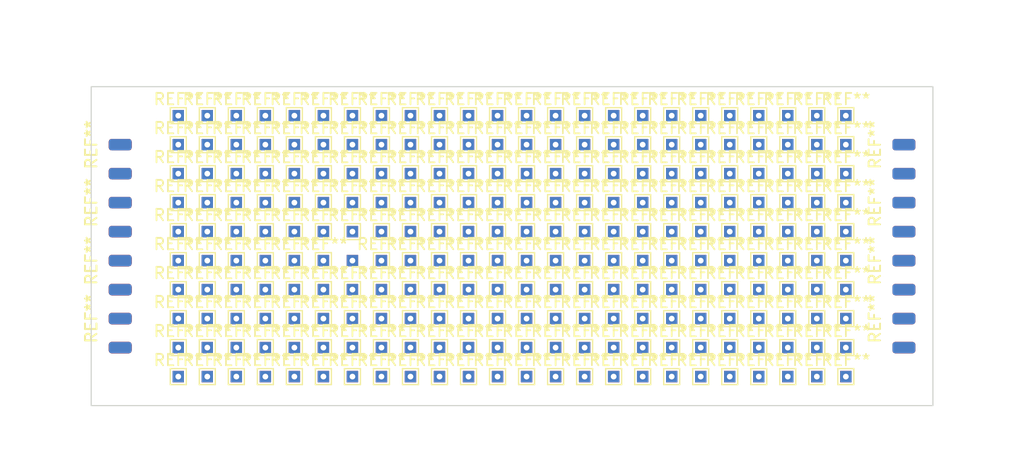
<source format=kicad_pcb>
(kicad_pcb (version 20211014) (generator pcbnew)
  (layers (0 "F.Cu" signal) (31 "B.Cu" signal) (34 "B.Paste" user) (35 "F.Paste" user) (36 "B.SilkS" user "B.Silkscreen") (37 "F.SilkS" user "F.Silkscreen") (38 "B.Mask" user) (39 "F.Mask" user) (44 "Edge.Cuts" user))
  (net 0 "")
  (footprint "TestPoint:TestPoint_THTPad_1.0x1.0mm_Drill0.5mm" (layer "F.Cu") (at 85.852 42.164)
    (fp_text reference "REF**" (at 0 -1.448) (layer "F.SilkS"))
    (fp_text value "TestPoint_THTPad_1.0x1.0mm_Drill0.5mm")
    (pad "1" thru_hole rect (at 0 0) (size 1 1) (drill 0.5) (layers F&B.Cu *.Mask))
  )
  (footprint "Connector_Wire:SolderWirePad_1x01_SMD_1x2mm" (layer "F.Cu") (at 35.052 47.244 90)
    (fp_text reference "REF**" (at 0 -2.54 90) (layer "F.SilkS"))
    (fp_text value "SolderWirePad_1x01_SMD_1x2mm")
    (pad "1" smd roundrect (at 0 0 90) (size 1 2) (layers "F.Cu" "F.Paste" "F.Mask"))
  )
  (footprint "TestPoint:TestPoint_THTPad_1.0x1.0mm_Drill0.5mm" (layer "F.Cu") (at 47.752 54.864)
    (fp_text reference "REF**" (at 0 -1.448) (layer "F.SilkS"))
    (fp_text value "TestPoint_THTPad_1.0x1.0mm_Drill0.5mm")
    (pad "1" thru_hole rect (at 0 0) (size 1 1) (drill 0.5) (layers F&B.Cu *.Mask))
  )
  (footprint "TestPoint:TestPoint_THTPad_1.0x1.0mm_Drill0.5mm" (layer "F.Cu") (at 98.552 57.404)
    (fp_text reference "REF**" (at 0 -1.448) (layer "F.SilkS"))
    (fp_text value "TestPoint_THTPad_1.0x1.0mm_Drill0.5mm")
    (pad "1" thru_hole rect (at 0 0) (size 1 1) (drill 0.5) (layers F&B.Cu *.Mask))
  )
  (footprint "TestPoint:TestPoint_THTPad_1.0x1.0mm_Drill0.5mm" (layer "F.Cu") (at 73.152 44.704)
    (fp_text reference "REF**" (at 0 -1.448) (layer "F.SilkS"))
    (fp_text value "TestPoint_THTPad_1.0x1.0mm_Drill0.5mm")
    (pad "1" thru_hole rect (at 0 0) (size 1 1) (drill 0.5) (layers F&B.Cu *.Mask))
  )
  (footprint "TestPoint:TestPoint_THTPad_1.0x1.0mm_Drill0.5mm" (layer "F.Cu") (at 70.612 59.944)
    (fp_text reference "REF**" (at 0 -1.448) (layer "F.SilkS"))
    (fp_text value "TestPoint_THTPad_1.0x1.0mm_Drill0.5mm")
    (pad "1" thru_hole rect (at 0 0) (size 1 1) (drill 0.5) (layers F&B.Cu *.Mask))
  )
  (footprint "TestPoint:TestPoint_THTPad_1.0x1.0mm_Drill0.5mm" (layer "F.Cu") (at 98.552 52.324)
    (fp_text reference "REF**" (at 0 -1.448) (layer "F.SilkS"))
    (fp_text value "TestPoint_THTPad_1.0x1.0mm_Drill0.5mm")
    (pad "1" thru_hole rect (at 0 0) (size 1 1) (drill 0.5) (layers F&B.Cu *.Mask))
  )
  (footprint "TestPoint:TestPoint_THTPad_1.0x1.0mm_Drill0.5mm" (layer "F.Cu") (at 50.292 47.244)
    (fp_text reference "REF**" (at 0 -1.448) (layer "F.SilkS"))
    (fp_text value "TestPoint_THTPad_1.0x1.0mm_Drill0.5mm")
    (pad "1" thru_hole rect (at 0 0) (size 1 1) (drill 0.5) (layers F&B.Cu *.Mask))
  )
  (footprint "TestPoint:TestPoint_THTPad_1.0x1.0mm_Drill0.5mm" (layer "F.Cu") (at 62.992 52.324)
    (fp_text reference "REF**" (at 0 -1.448) (layer "F.SilkS"))
    (fp_text value "TestPoint_THTPad_1.0x1.0mm_Drill0.5mm")
    (pad "1" thru_hole rect (at 0 0) (size 1 1) (drill 0.5) (layers F&B.Cu *.Mask))
  )
  (footprint "TestPoint:TestPoint_THTPad_1.0x1.0mm_Drill0.5mm" (layer "F.Cu") (at 50.292 39.624)
    (fp_text reference "REF**" (at 0 -1.448) (layer "F.SilkS"))
    (fp_text value "TestPoint_THTPad_1.0x1.0mm_Drill0.5mm")
    (pad "1" thru_hole rect (at 0 0) (size 1 1) (drill 0.5) (layers F&B.Cu *.Mask))
  )
  (footprint "TestPoint:TestPoint_THTPad_1.0x1.0mm_Drill0.5mm" (layer "F.Cu") (at 85.852 62.484)
    (fp_text reference "REF**" (at 0 -1.448) (layer "F.SilkS"))
    (fp_text value "TestPoint_THTPad_1.0x1.0mm_Drill0.5mm")
    (pad "1" thru_hole rect (at 0 0) (size 1 1) (drill 0.5) (layers F&B.Cu *.Mask))
  )
  (footprint "TestPoint:TestPoint_THTPad_1.0x1.0mm_Drill0.5mm" (layer "F.Cu") (at 88.392 59.944)
    (fp_text reference "REF**" (at 0 -1.448) (layer "F.SilkS"))
    (fp_text value "TestPoint_THTPad_1.0x1.0mm_Drill0.5mm")
    (pad "1" thru_hole rect (at 0 0) (size 1 1) (drill 0.5) (layers F&B.Cu *.Mask))
  )
  (footprint "TestPoint:TestPoint_THTPad_1.0x1.0mm_Drill0.5mm" (layer "F.Cu") (at 98.552 49.784)
    (fp_text reference "REF**" (at 0 -1.448) (layer "F.SilkS"))
    (fp_text value "TestPoint_THTPad_1.0x1.0mm_Drill0.5mm")
    (pad "1" thru_hole rect (at 0 0) (size 1 1) (drill 0.5) (layers F&B.Cu *.Mask))
  )
  (footprint "TestPoint:TestPoint_THTPad_1.0x1.0mm_Drill0.5mm" (layer "F.Cu") (at 45.212 59.944)
    (fp_text reference "REF**" (at 0 -1.448) (layer "F.SilkS"))
    (fp_text value "TestPoint_THTPad_1.0x1.0mm_Drill0.5mm")
    (pad "1" thru_hole rect (at 0 0) (size 1 1) (drill 0.5) (layers F&B.Cu *.Mask))
  )
  (footprint "TestPoint:TestPoint_THTPad_1.0x1.0mm_Drill0.5mm" (layer "F.Cu") (at 60.452 54.864)
    (fp_text reference "REF**" (at 0 -1.448) (layer "F.SilkS"))
    (fp_text value "TestPoint_THTPad_1.0x1.0mm_Drill0.5mm")
    (pad "1" thru_hole rect (at 0 0) (size 1 1) (drill 0.5) (layers F&B.Cu *.Mask))
  )
  (footprint "TestPoint:TestPoint_THTPad_1.0x1.0mm_Drill0.5mm" (layer "F.Cu") (at 90.932 42.164)
    (fp_text reference "REF**" (at 0 -1.448) (layer "F.SilkS"))
    (fp_text value "TestPoint_THTPad_1.0x1.0mm_Drill0.5mm")
    (pad "1" thru_hole rect (at 0 0) (size 1 1) (drill 0.5) (layers F&B.Cu *.Mask))
  )
  (footprint "TestPoint:TestPoint_THTPad_1.0x1.0mm_Drill0.5mm" (layer "F.Cu") (at 93.472 42.164)
    (fp_text reference "REF**" (at 0 -1.448) (layer "F.SilkS"))
    (fp_text value "TestPoint_THTPad_1.0x1.0mm_Drill0.5mm")
    (pad "1" thru_hole rect (at 0 0) (size 1 1) (drill 0.5) (layers F&B.Cu *.Mask))
  )
  (footprint "TestPoint:TestPoint_THTPad_1.0x1.0mm_Drill0.5mm" (layer "F.Cu") (at 68.072 39.624)
    (fp_text reference "REF**" (at 0 -1.448) (layer "F.SilkS"))
    (fp_text value "TestPoint_THTPad_1.0x1.0mm_Drill0.5mm")
    (pad "1" thru_hole rect (at 0 0) (size 1 1) (drill 0.5) (layers F&B.Cu *.Mask))
  )
  (footprint "TestPoint:TestPoint_THTPad_1.0x1.0mm_Drill0.5mm" (layer "F.Cu") (at 47.752 47.244)
    (fp_text reference "REF**" (at 0 -1.448) (layer "F.SilkS"))
    (fp_text value "TestPoint_THTPad_1.0x1.0mm_Drill0.5mm")
    (pad "1" thru_hole rect (at 0 0) (size 1 1) (drill 0.5) (layers F&B.Cu *.Mask))
  )
  (footprint "TestPoint:TestPoint_THTPad_1.0x1.0mm_Drill0.5mm" (layer "F.Cu") (at 40.132 62.484)
    (fp_text reference "REF**" (at 0 -1.448) (layer "F.SilkS"))
    (fp_text value "TestPoint_THTPad_1.0x1.0mm_Drill0.5mm")
    (pad "1" thru_hole rect (at 0 0) (size 1 1) (drill 0.5) (layers F&B.Cu *.Mask))
  )
  (footprint "TestPoint:TestPoint_THTPad_1.0x1.0mm_Drill0.5mm" (layer "F.Cu") (at 73.152 57.404)
    (fp_text reference "REF**" (at 0 -1.448) (layer "F.SilkS"))
    (fp_text value "TestPoint_THTPad_1.0x1.0mm_Drill0.5mm")
    (pad "1" thru_hole rect (at 0 0) (size 1 1) (drill 0.5) (layers F&B.Cu *.Mask))
  )
  (footprint "TestPoint:TestPoint_THTPad_1.0x1.0mm_Drill0.5mm" (layer "F.Cu") (at 73.152 42.164)
    (fp_text reference "REF**" (at 0 -1.448) (layer "F.SilkS"))
    (fp_text value "TestPoint_THTPad_1.0x1.0mm_Drill0.5mm")
    (pad "1" thru_hole rect (at 0 0) (size 1 1) (drill 0.5) (layers F&B.Cu *.Mask))
  )
  (footprint "TestPoint:TestPoint_THTPad_1.0x1.0mm_Drill0.5mm" (layer "F.Cu") (at 62.992 47.244)
    (fp_text reference "REF**" (at 0 -1.448) (layer "F.SilkS"))
    (fp_text value "TestPoint_THTPad_1.0x1.0mm_Drill0.5mm")
    (pad "1" thru_hole rect (at 0 0) (size 1 1) (drill 0.5) (layers F&B.Cu *.Mask))
  )
  (footprint "TestPoint:TestPoint_THTPad_1.0x1.0mm_Drill0.5mm" (layer "F.Cu") (at 80.772 57.404)
    (fp_text reference "REF**" (at 0 -1.448) (layer "F.SilkS"))
    (fp_text value "TestPoint_THTPad_1.0x1.0mm_Drill0.5mm")
    (pad "1" thru_hole rect (at 0 0) (size 1 1) (drill 0.5) (layers F&B.Cu *.Mask))
  )
  (footprint "TestPoint:TestPoint_THTPad_1.0x1.0mm_Drill0.5mm" (layer "F.Cu") (at 65.532 47.244)
    (fp_text reference "REF**" (at 0 -1.448) (layer "F.SilkS"))
    (fp_text value "TestPoint_THTPad_1.0x1.0mm_Drill0.5mm")
    (pad "1" thru_hole rect (at 0 0) (size 1 1) (drill 0.5) (layers F&B.Cu *.Mask))
  )
  (footprint "TestPoint:TestPoint_THTPad_1.0x1.0mm_Drill0.5mm" (layer "F.Cu") (at 70.612 44.704)
    (fp_text reference "REF**" (at 0 -1.448) (layer "F.SilkS"))
    (fp_text value "TestPoint_THTPad_1.0x1.0mm_Drill0.5mm")
    (pad "1" thru_hole rect (at 0 0) (size 1 1) (drill 0.5) (layers F&B.Cu *.Mask))
  )
  (footprint "Connector_Wire:SolderWirePad_1x01_SMD_1x2mm" (layer "F.Cu") (at 103.632 42.164 90)
    (fp_text reference "REF**" (at 0 -2.54 90) (layer "F.SilkS"))
    (fp_text value "SolderWirePad_1x01_SMD_1x2mm")
    (pad "1" smd roundrect (at 0 0 90) (size 1 2) (layers "F.Cu" "F.Paste" "F.Mask"))
  )
  (footprint "TestPoint:TestPoint_THTPad_1.0x1.0mm_Drill0.5mm" (layer "F.Cu") (at 40.132 47.244)
    (fp_text reference "REF**" (at 0 -1.448) (layer "F.SilkS"))
    (fp_text value "TestPoint_THTPad_1.0x1.0mm_Drill0.5mm")
    (pad "1" thru_hole rect (at 0 0) (size 1 1) (drill 0.5) (layers F&B.Cu *.Mask))
  )
  (footprint "" (layer "F.Cu") (at 35.052 44.704)
    (fp_text reference "" (at 0 0) (layer "F.SilkS") (effects (font (size 1.27 1.27))))
    (fp_text value "" (at 0 0) (layer "F.SilkS") (effects (font (size 1.27 1.27))))
    (pad "1" smd roundrect (at 0 0 90) (size 1 2) (layers "F.Cu" "F.Paste" "F.Mask"))
  )
  (footprint "TestPoint:TestPoint_THTPad_1.0x1.0mm_Drill0.5mm" (layer "F.Cu") (at 93.472 59.944)
    (fp_text reference "REF**" (at 0 -1.448) (layer "F.SilkS"))
    (fp_text value "TestPoint_THTPad_1.0x1.0mm_Drill0.5mm")
    (pad "1" thru_hole rect (at 0 0) (size 1 1) (drill 0.5) (layers F&B.Cu *.Mask))
  )
  (footprint "TestPoint:TestPoint_THTPad_1.0x1.0mm_Drill0.5mm" (layer "F.Cu") (at 90.932 62.484)
    (fp_text reference "REF**" (at 0 -1.448) (layer "F.SilkS"))
    (fp_text value "TestPoint_THTPad_1.0x1.0mm_Drill0.5mm")
    (pad "1" thru_hole rect (at 0 0) (size 1 1) (drill 0.5) (layers F&B.Cu *.Mask))
  )
  (footprint "TestPoint:TestPoint_THTPad_1.0x1.0mm_Drill0.5mm" (layer "F.Cu") (at 42.672 52.324)
    (fp_text reference "REF**" (at 0 -1.448) (layer "F.SilkS"))
    (fp_text value "TestPoint_THTPad_1.0x1.0mm_Drill0.5mm")
    (pad "1" thru_hole rect (at 0 0) (size 1 1) (drill 0.5) (layers F&B.Cu *.Mask))
  )
  (footprint "TestPoint:TestPoint_THTPad_1.0x1.0mm_Drill0.5mm" (layer "F.Cu") (at 62.992 54.864)
    (fp_text reference "REF**" (at 0 -1.448) (layer "F.SilkS"))
    (fp_text value "TestPoint_THTPad_1.0x1.0mm_Drill0.5mm")
    (pad "1" thru_hole rect (at 0 0) (size 1 1) (drill 0.5) (layers F&B.Cu *.Mask))
  )
  (footprint "Connector_Wire:SolderWirePad_1x01_SMD_1x2mm" (layer "F.Cu") (at 35.052 47.244 90)
    (fp_text reference "REF**" (at 0 -2.54 90) (layer "F.SilkS"))
    (fp_text value "SolderWirePad_1x01_SMD_1x2mm")
    (pad "1" smd roundrect (at 0 0 90) (size 1 2) (layers "F.Cu" "F.Paste" "F.Mask"))
  )
  (footprint "TestPoint:TestPoint_THTPad_1.0x1.0mm_Drill0.5mm" (layer "F.Cu") (at 78.232 54.864)
    (fp_text reference "REF**" (at 0 -1.448) (layer "F.SilkS"))
    (fp_text value "TestPoint_THTPad_1.0x1.0mm_Drill0.5mm")
    (pad "1" thru_hole rect (at 0 0) (size 1 1) (drill 0.5) (layers F&B.Cu *.Mask))
  )
  (footprint "TestPoint:TestPoint_THTPad_1.0x1.0mm_Drill0.5mm" (layer "F.Cu") (at 50.292 49.784)
    (fp_text reference "REF**" (at 0 -1.448) (layer "F.SilkS"))
    (fp_text value "TestPoint_THTPad_1.0x1.0mm_Drill0.5mm")
    (pad "1" thru_hole rect (at 0 0) (size 1 1) (drill 0.5) (layers F&B.Cu *.Mask))
  )
  (footprint "TestPoint:TestPoint_THTPad_1.0x1.0mm_Drill0.5mm" (layer "F.Cu") (at 65.532 62.484)
    (fp_text reference "REF**" (at 0 -1.448) (layer "F.SilkS"))
    (fp_text value "TestPoint_THTPad_1.0x1.0mm_Drill0.5mm")
    (pad "1" thru_hole rect (at 0 0) (size 1 1) (drill 0.5) (layers F&B.Cu *.Mask))
  )
  (footprint "TestPoint:TestPoint_THTPad_1.0x1.0mm_Drill0.5mm" (layer "F.Cu") (at 78.232 62.484)
    (fp_text reference "REF**" (at 0 -1.448) (layer "F.SilkS"))
    (fp_text value "TestPoint_THTPad_1.0x1.0mm_Drill0.5mm")
    (pad "1" thru_hole rect (at 0 0) (size 1 1) (drill 0.5) (layers F&B.Cu *.Mask))
  )
  (footprint "TestPoint:TestPoint_THTPad_1.0x1.0mm_Drill0.5mm" (layer "F.Cu") (at 83.312 39.624)
    (fp_text reference "REF**" (at 0 -1.448) (layer "F.SilkS"))
    (fp_text value "TestPoint_THTPad_1.0x1.0mm_Drill0.5mm")
    (pad "1" thru_hole rect (at 0 0) (size 1 1) (drill 0.5) (layers F&B.Cu *.Mask))
  )
  (footprint "TestPoint:TestPoint_THTPad_1.0x1.0mm_Drill0.5mm" (layer "F.Cu") (at 65.532 49.784)
    (fp_text reference "REF**" (at 0 -1.448) (layer "F.SilkS"))
    (fp_text value "TestPoint_THTPad_1.0x1.0mm_Drill0.5mm")
    (pad "1" thru_hole rect (at 0 0) (size 1 1) (drill 0.5) (layers F&B.Cu *.Mask))
  )
  (footprint "TestPoint:TestPoint_THTPad_1.0x1.0mm_Drill0.5mm" (layer "F.Cu") (at 80.772 49.784)
    (fp_text reference "REF**" (at 0 -1.448) (layer "F.SilkS"))
    (fp_text value "TestPoint_THTPad_1.0x1.0mm_Drill0.5mm")
    (pad "1" thru_hole rect (at 0 0) (size 1 1) (drill 0.5) (layers F&B.Cu *.Mask))
  )
  (footprint "TestPoint:TestPoint_THTPad_1.0x1.0mm_Drill0.5mm" (layer "F.Cu") (at 40.132 39.624)
    (fp_text reference "REF**" (at 0 -1.448) (layer "F.SilkS"))
    (fp_text value "TestPoint_THTPad_1.0x1.0mm_Drill0.5mm")
    (pad "1" thru_hole rect (at 0 0) (size 1 1) (drill 0.5) (layers *.Cu *.Mask))
  )
  (footprint "TestPoint:TestPoint_THTPad_1.0x1.0mm_Drill0.5mm" (layer "F.Cu") (at 62.992 39.624)
    (fp_text reference "REF**" (at 0 -1.448) (layer "F.SilkS"))
    (fp_text value "TestPoint_THTPad_1.0x1.0mm_Drill0.5mm")
    (pad "1" thru_hole rect (at 0 0) (size 1 1) (drill 0.5) (layers F&B.Cu *.Mask))
  )
  (footprint "TestPoint:TestPoint_THTPad_1.0x1.0mm_Drill0.5mm" (layer "F.Cu") (at 57.912 42.164)
    (fp_text reference "REF**" (at 0 -1.448) (layer "F.SilkS"))
    (fp_text value "TestPoint_THTPad_1.0x1.0mm_Drill0.5mm")
    (pad "1" thru_hole rect (at 0 0) (size 1 1) (drill 0.5) (layers F&B.Cu *.Mask))
  )
  (footprint "TestPoint:TestPoint_THTPad_1.0x1.0mm_Drill0.5mm" (layer "F.Cu") (at 90.932 49.784)
    (fp_text reference "REF**" (at 0 -1.448) (layer "F.SilkS"))
    (fp_text value "TestPoint_THTPad_1.0x1.0mm_Drill0.5mm")
    (pad "1" thru_hole rect (at 0 0) (size 1 1) (drill 0.5) (layers F&B.Cu *.Mask))
  )
  (footprint "" (layer "F.Cu") (at 103.632 44.704)
    (fp_text reference "" (at 0 0) (layer "F.SilkS") (effects (font (size 1.27 1.27))))
    (fp_text value "" (at 0 0) (layer "F.SilkS") (effects (font (size 1.27 1.27))))
    (pad "1" smd roundrect (at 0 0 90) (size 1 2) (layers "F.Cu" "F.Paste" "F.Mask"))
  )
  (footprint "TestPoint:TestPoint_THTPad_1.0x1.0mm_Drill0.5mm" (layer "F.Cu") (at 73.152 62.484)
    (fp_text reference "REF**" (at 0 -1.448) (layer "F.SilkS"))
    (fp_text value "TestPoint_THTPad_1.0x1.0mm_Drill0.5mm")
    (pad "1" thru_hole rect (at 0 0) (size 1 1) (drill 0.5) (layers F&B.Cu *.Mask))
  )
  (footprint "TestPoint:TestPoint_THTPad_1.0x1.0mm_Drill0.5mm" (layer "F.Cu") (at 78.232 49.784)
    (fp_text reference "REF**" (at 0 -1.448) (layer "F.SilkS"))
    (fp_text value "TestPoint_THTPad_1.0x1.0mm_Drill0.5mm")
    (pad "1" thru_hole rect (at 0 0) (size 1 1) (drill 0.5) (layers F&B.Cu *.Mask))
  )
  (footprint "TestPoint:TestPoint_THTPad_1.0x1.0mm_Drill0.5mm" (layer "F.Cu") (at 80.772 59.944)
    (fp_text reference "REF**" (at 0 -1.448) (layer "F.SilkS"))
    (fp_text value "TestPoint_THTPad_1.0x1.0mm_Drill0.5mm")
    (pad "1" thru_hole rect (at 0 0) (size 1 1) (drill 0.5) (layers F&B.Cu *.Mask))
  )
  (footprint "TestPoint:TestPoint_THTPad_1.0x1.0mm_Drill0.5mm" (layer "F.Cu") (at 45.212 44.704)
    (fp_text reference "REF**" (at 0 -1.448) (layer "F.SilkS"))
    (fp_text value "TestPoint_THTPad_1.0x1.0mm_Drill0.5mm")
    (pad "1" thru_hole rect (at 0 0) (size 1 1) (drill 0.5) (layers F&B.Cu *.Mask))
  )
  (footprint "TestPoint:TestPoint_THTPad_1.0x1.0mm_Drill0.5mm" (layer "F.Cu") (at 80.772 44.704)
    (fp_text reference "REF**" (at 0 -1.448) (layer "F.SilkS"))
    (fp_text value "TestPoint_THTPad_1.0x1.0mm_Drill0.5mm")
    (pad "1" thru_hole rect (at 0 0) (size 1 1) (drill 0.5) (layers F&B.Cu *.Mask))
  )
  (footprint "TestPoint:TestPoint_THTPad_1.0x1.0mm_Drill0.5mm" (layer "F.Cu") (at 83.312 54.864)
    (fp_text reference "REF**" (at 0 -1.448) (layer "F.SilkS"))
    (fp_text value "TestPoint_THTPad_1.0x1.0mm_Drill0.5mm")
    (pad "1" thru_hole rect (at 0 0) (size 1 1) (drill 0.5) (layers F&B.Cu *.Mask))
  )
  (footprint "TestPoint:TestPoint_THTPad_1.0x1.0mm_Drill0.5mm" (layer "F.Cu") (at 78.232 39.624)
    (fp_text reference "REF**" (at 0 -1.448) (layer "F.SilkS"))
    (fp_text value "TestPoint_THTPad_1.0x1.0mm_Drill0.5mm")
    (pad "1" thru_hole rect (at 0 0) (size 1 1) (drill 0.5) (layers F&B.Cu *.Mask))
  )
  (footprint "Connector_Wire:SolderWirePad_1x01_SMD_1x2mm" (layer "F.Cu") (at 35.052 57.404 90)
    (fp_text reference "REF**" (at 0 -2.54 90) (layer "F.SilkS"))
    (fp_text value "SolderWirePad_1x01_SMD_1x2mm")
    (pad "1" smd roundrect (at 0 0 90) (size 1 2) (layers "F.Cu" "F.Paste" "F.Mask"))
  )
  (footprint "TestPoint:TestPoint_THTPad_1.0x1.0mm_Drill0.5mm" (layer "F.Cu") (at 45.212 39.624)
    (fp_text reference "REF**" (at 0 -1.448) (layer "F.SilkS"))
    (fp_text value "TestPoint_THTPad_1.0x1.0mm_Drill0.5mm")
    (pad "1" thru_hole rect (at 0 0) (size 1 1) (drill 0.5) (layers F&B.Cu *.Mask))
  )
  (footprint "TestPoint:TestPoint_THTPad_1.0x1.0mm_Drill0.5mm" (layer "F.Cu") (at 93.472 39.624)
    (fp_text reference "REF**" (at 0 -1.448) (layer "F.SilkS"))
    (fp_text value "TestPoint_THTPad_1.0x1.0mm_Drill0.5mm")
    (pad "1" thru_hole rect (at 0 0) (size 1 1) (drill 0.5) (layers F&B.Cu *.Mask))
  )
  (footprint "TestPoint:TestPoint_THTPad_1.0x1.0mm_Drill0.5mm" (layer "F.Cu") (at 52.832 57.404)
    (fp_text reference "REF**" (at 0 -1.448) (layer "F.SilkS"))
    (fp_text value "TestPoint_THTPad_1.0x1.0mm_Drill0.5mm")
    (pad "1" thru_hole rect (at 0 0) (size 1 1) (drill 0.5) (layers F&B.Cu *.Mask))
  )
  (footprint "TestPoint:TestPoint_THTPad_1.0x1.0mm_Drill0.5mm" (layer "F.Cu") (at 62.992 44.704)
    (fp_text reference "REF**" (at 0 -1.448) (layer "F.SilkS"))
    (fp_text value "TestPoint_THTPad_1.0x1.0mm_Drill0.5mm")
    (pad "1" thru_hole rect (at 0 0) (size 1 1) (drill 0.5) (layers F&B.Cu *.Mask))
  )
  (footprint "TestPoint:TestPoint_THTPad_1.0x1.0mm_Drill0.5mm" (layer "F.Cu") (at 60.452 59.944)
    (fp_text reference "REF**" (at 0 -1.448) (layer "F.SilkS"))
    (fp_text value "TestPoint_THTPad_1.0x1.0mm_Drill0.5mm")
    (pad "1" thru_hole rect (at 0 0) (size 1 1) (drill 0.5) (layers F&B.Cu *.Mask))
  )
  (footprint "TestPoint:TestPoint_THTPad_1.0x1.0mm_Drill0.5mm" (layer "F.Cu") (at 98.552 47.244)
    (fp_text reference "REF**" (at 0 -1.448) (layer "F.SilkS"))
    (fp_text value "TestPoint_THTPad_1.0x1.0mm_Drill0.5mm")
    (pad "1" thru_hole rect (at 0 0) (size 1 1) (drill 0.5) (layers F&B.Cu *.Mask))
  )
  (footprint "" (layer "F.Cu") (at 35.052 59.944)
    (fp_text reference "" (at 0 0) (layer "F.SilkS") (effects (font (size 1.27 1.27))))
    (fp_text value "" (at 0 0) (layer "F.SilkS") (effects (font (size 1.27 1.27))))
    (pad "1" smd roundrect (at 0 0 90) (size 1 2) (layers "F.Cu" "F.Paste" "F.Mask"))
  )
  (footprint "TestPoint:TestPoint_THTPad_1.0x1.0mm_Drill0.5mm" (layer "F.Cu") (at 62.992 59.944)
    (fp_text reference "REF**" (at 0 -1.448) (layer "F.SilkS"))
    (fp_text value "TestPoint_THTPad_1.0x1.0mm_Drill0.5mm")
    (pad "1" thru_hole rect (at 0 0) (size 1 1) (drill 0.5) (layers F&B.Cu *.Mask))
  )
  (footprint "TestPoint:TestPoint_THTPad_1.0x1.0mm_Drill0.5mm" (layer "F.Cu") (at 55.372 39.624)
    (fp_text reference "REF**" (at 0 -1.448) (layer "F.SilkS"))
    (fp_text value "TestPoint_THTPad_1.0x1.0mm_Drill0.5mm")
    (pad "1" thru_hole rect (at 0 0) (size 1 1) (drill 0.5) (layers F&B.Cu *.Mask))
  )
  (footprint "TestPoint:TestPoint_THTPad_1.0x1.0mm_Drill0.5mm" (layer "F.Cu") (at 78.232 47.244)
    (fp_text reference "REF**" (at 0 -1.448) (layer "F.SilkS"))
    (fp_text value "TestPoint_THTPad_1.0x1.0mm_Drill0.5mm")
    (pad "1" thru_hole rect (at 0 0) (size 1 1) (drill 0.5) (layers F&B.Cu *.Mask))
  )
  (footprint "TestPoint:TestPoint_THTPad_1.0x1.0mm_Drill0.5mm" (layer "F.Cu") (at 70.612 62.484)
    (fp_text reference "REF**" (at 0 -1.448) (layer "F.SilkS"))
    (fp_text value "TestPoint_THTPad_1.0x1.0mm_Drill0.5mm")
    (pad "1" thru_hole rect (at 0 0) (size 1 1) (drill 0.5) (layers F&B.Cu *.Mask))
  )
  (footprint "" (layer "F.Cu") (at 35.052 44.704)
    (fp_text reference "" (at 0 0) (layer "F.SilkS") (effects (font (size 1.27 1.27))))
    (fp_text value "" (at 0 0) (layer "F.SilkS") (effects (font (size 1.27 1.27))))
    (pad "1" smd roundrect (at 0 0 90) (size 1 2) (layers "F.Cu" "F.Paste" "F.Mask"))
  )
  (footprint "TestPoint:TestPoint_THTPad_1.0x1.0mm_Drill0.5mm" (layer "F.Cu") (at 85.852 57.404)
    (fp_text reference "REF**" (at 0 -1.448) (layer "F.SilkS"))
    (fp_text value "TestPoint_THTPad_1.0x1.0mm_Drill0.5mm")
    (pad "1" thru_hole rect (at 0 0) (size 1 1) (drill 0.5) (layers F&B.Cu *.Mask))
  )
  (footprint "TestPoint:TestPoint_THTPad_1.0x1.0mm_Drill0.5mm" (layer "F.Cu") (at 98.552 59.944)
    (fp_text reference "REF**" (at 0 -1.448) (layer "F.SilkS"))
    (fp_text value "TestPoint_THTPad_1.0x1.0mm_Drill0.5mm")
    (pad "1" thru_hole rect (at 0 0) (size 1 1) (drill 0.5) (layers F&B.Cu *.Mask))
  )
  (footprint "TestPoint:TestPoint_THTPad_1.0x1.0mm_Drill0.5mm" (layer "F.Cu") (at 65.532 52.324)
    (fp_text reference "REF**" (at 0 -1.448) (layer "F.SilkS"))
    (fp_text value "TestPoint_THTPad_1.0x1.0mm_Drill0.5mm")
    (pad "1" thru_hole rect (at 0 0) (size 1 1) (drill 0.5) (layers F&B.Cu *.Mask))
  )
  (footprint "TestPoint:TestPoint_THTPad_1.0x1.0mm_Drill0.5mm" (layer "F.Cu") (at 57.912 49.784)
    (fp_text reference "REF**" (at 0 -1.448) (layer "F.SilkS"))
    (fp_text value "TestPoint_THTPad_1.0x1.0mm_Drill0.5mm")
    (pad "1" thru_hole rect (at 0 0) (size 1 1) (drill 0.5) (layers F&B.Cu *.Mask))
  )
  (footprint "TestPoint:TestPoint_THTPad_1.0x1.0mm_Drill0.5mm" (layer "F.Cu") (at 83.312 47.244)
    (fp_text reference "REF**" (at 0 -1.448) (layer "F.SilkS"))
    (fp_text value "TestPoint_THTPad_1.0x1.0mm_Drill0.5mm")
    (pad "1" thru_hole rect (at 0 0) (size 1 1) (drill 0.5) (layers F&B.Cu *.Mask))
  )
  (footprint "TestPoint:TestPoint_THTPad_1.0x1.0mm_Drill0.5mm" (layer "F.Cu") (at 96.012 62.484)
    (fp_text reference "REF**" (at 0 -1.448) (layer "F.SilkS"))
    (fp_text value "TestPoint_THTPad_1.0x1.0mm_Drill0.5mm")
    (pad "1" thru_hole rect (at 0 0) (size 1 1) (drill 0.5) (layers F&B.Cu *.Mask))
  )
  (footprint "TestPoint:TestPoint_THTPad_1.0x1.0mm_Drill0.5mm" (layer "F.Cu") (at 90.932 44.704)
    (fp_text reference "REF**" (at 0 -1.448) (layer "F.SilkS"))
    (fp_text value "TestPoint_THTPad_1.0x1.0mm_Drill0.5mm")
    (pad "1" thru_hole rect (at 0 0) (size 1 1) (drill 0.5) (layers F&B.Cu *.Mask))
  )
  (footprint "TestPoint:TestPoint_THTPad_1.0x1.0mm_Drill0.5mm" (layer "F.Cu") (at 80.772 52.324)
    (fp_text reference "REF**" (at 0 -1.448) (layer "F.SilkS"))
    (fp_text value "TestPoint_THTPad_1.0x1.0mm_Drill0.5mm")
    (pad "1" thru_hole rect (at 0 0) (size 1 1) (drill 0.5) (layers F&B.Cu *.Mask))
  )
  (footprint "TestPoint:TestPoint_THTPad_1.0x1.0mm_Drill0.5mm" (layer "F.Cu") (at 96.012 59.944)
    (fp_text reference "REF**" (at 0 -1.448) (layer "F.SilkS"))
    (fp_text value "TestPoint_THTPad_1.0x1.0mm_Drill0.5mm")
    (pad "1" thru_hole rect (at 0 0) (size 1 1) (drill 0.5) (layers F&B.Cu *.Mask))
  )
  (footprint "TestPoint:TestPoint_THTPad_1.0x1.0mm_Drill0.5mm" (layer "F.Cu") (at 40.132 52.324)
    (fp_text reference "REF**" (at 0 -1.448) (layer "F.SilkS"))
    (fp_text value "TestPoint_THTPad_1.0x1.0mm_Drill0.5mm")
    (pad "1" thru_hole rect (at 0 0) (size 1 1) (drill 0.5) (layers F&B.Cu *.Mask))
  )
  (footprint "TestPoint:TestPoint_THTPad_1.0x1.0mm_Drill0.5mm" (layer "F.Cu") (at 75.692 59.944)
    (fp_text reference "REF**" (at 0 -1.448) (layer "F.SilkS"))
    (fp_text value "TestPoint_THTPad_1.0x1.0mm_Drill0.5mm")
    (pad "1" thru_hole rect (at 0 0) (size 1 1) (drill 0.5) (layers F&B.Cu *.Mask))
  )
  (footprint "Connector_Wire:SolderWirePad_1x01_SMD_1x2mm" (layer "F.Cu") (at 103.632 42.164 90)
    (fp_text reference "REF**" (at 0 -2.54 90) (layer "F.SilkS"))
    (fp_text value "SolderWirePad_1x01_SMD_1x2mm")
    (pad "1" smd roundrect (at 0 0 90) (size 1 2) (layers "F.Cu" "F.Paste" "F.Mask"))
  )
  (footprint "TestPoint:TestPoint_THTPad_1.0x1.0mm_Drill0.5mm" (layer "F.Cu") (at 85.852 47.244)
    (fp_text reference "REF**" (at 0 -1.448) (layer "F.SilkS"))
    (fp_text value "TestPoint_THTPad_1.0x1.0mm_Drill0.5mm")
    (pad "1" thru_hole rect (at 0 0) (size 1 1) (drill 0.5) (layers F&B.Cu *.Mask))
  )
  (footprint "TestPoint:TestPoint_THTPad_1.0x1.0mm_Drill0.5mm" (layer "F.Cu") (at 83.312 59.944)
    (fp_text reference "REF**" (at 0 -1.448) (layer "F.SilkS"))
    (fp_text value "TestPoint_THTPad_1.0x1.0mm_Drill0.5mm")
    (pad "1" thru_hole rect (at 0 0) (size 1 1) (drill 0.5) (layers F&B.Cu *.Mask))
  )
  (footprint "Connector_Wire:SolderWirePad_1x01_SMD_1x2mm" (layer "F.Cu") (at 103.632 52.324 90)
    (fp_text reference "REF**" (at 0 -2.54 90) (layer "F.SilkS"))
    (fp_text value "SolderWirePad_1x01_SMD_1x2mm")
    (pad "1" smd roundrect (at 0 0 90) (size 1 2) (layers "F.Cu" "F.Paste" "F.Mask"))
  )
  (footprint "TestPoint:TestPoint_THTPad_1.0x1.0mm_Drill0.5mm" (layer "F.Cu") (at 83.312 52.324)
    (fp_text reference "REF**" (at 0 -1.448) (layer "F.SilkS"))
    (fp_text value "TestPoint_THTPad_1.0x1.0mm_Drill0.5mm")
    (pad "1" thru_hole rect (at 0 0) (size 1 1) (drill 0.5) (layers F&B.Cu *.Mask))
  )
  (footprint "TestPoint:TestPoint_THTPad_1.0x1.0mm_Drill0.5mm" (layer "F.Cu") (at 90.932 57.404)
    (fp_text reference "REF**" (at 0 -1.448) (layer "F.SilkS"))
    (fp_text value "TestPoint_THTPad_1.0x1.0mm_Drill0.5mm")
    (pad "1" thru_hole rect (at 0 0) (size 1 1) (drill 0.5) (layers F&B.Cu *.Mask))
  )
  (footprint "TestPoint:TestPoint_THTPad_1.0x1.0mm_Drill0.5mm" (layer "F.Cu") (at 40.132 42.164)
    (fp_text reference "REF**" (at 0 -1.448) (layer "F.SilkS"))
    (fp_text value "TestPoint_THTPad_1.0x1.0mm_Drill0.5mm")
    (pad "1" thru_hole rect (at 0 0) (size 1 1) (drill 0.5) (layers F&B.Cu *.Mask))
  )
  (footprint "TestPoint:TestPoint_THTPad_1.0x1.0mm_Drill0.5mm" (layer "F.Cu") (at 50.292 42.164)
    (fp_text reference "REF**" (at 0 -1.448) (layer "F.SilkS"))
    (fp_text value "TestPoint_THTPad_1.0x1.0mm_Drill0.5mm")
    (pad "1" thru_hole rect (at 0 0) (size 1 1) (drill 0.5) (layers F&B.Cu *.Mask))
  )
  (footprint "TestPoint:TestPoint_THTPad_1.0x1.0mm_Drill0.5mm" (layer "F.Cu") (at 80.772 54.864)
    (fp_text reference "REF**" (at 0 -1.448) (layer "F.SilkS"))
    (fp_text value "TestPoint_THTPad_1.0x1.0mm_Drill0.5mm")
    (pad "1" thru_hole rect (at 0 0) (size 1 1) (drill 0.5) (layers F&B.Cu *.Mask))
  )
  (footprint "Connector_Wire:SolderWirePad_1x01_SMD_1x2mm" (layer "F.Cu") (at 35.052 57.404 90)
    (fp_text reference "REF**" (at 0 -2.54 90) (layer "F.SilkS"))
    (fp_text value "SolderWirePad_1x01_SMD_1x2mm")
    (pad "1" smd roundrect (at 0 0 90) (size 1 2) (layers "F.Cu" "F.Paste" "F.Mask"))
  )
  (footprint "TestPoint:TestPoint_THTPad_1.0x1.0mm_Drill0.5mm" (layer "F.Cu") (at 42.672 47.244)
    (fp_text reference "REF**" (at 0 -1.448) (layer "F.SilkS"))
    (fp_text value "TestPoint_THTPad_1.0x1.0mm_Drill0.5mm")
    (pad "1" thru_hole rect (at 0 0) (size 1 1) (drill 0.5) (layers F&B.Cu *.Mask))
  )
  (footprint "TestPoint:TestPoint_THTPad_1.0x1.0mm_Drill0.5mm" (layer "F.Cu") (at 57.912 62.484)
    (fp_text reference "REF**" (at 0 -1.448) (layer "F.SilkS"))
    (fp_text value "TestPoint_THTPad_1.0x1.0mm_Drill0.5mm")
    (pad "1" thru_hole rect (at 0 0) (size 1 1) (drill 0.5) (layers F&B.Cu *.Mask))
  )
  (footprint "TestPoint:TestPoint_THTPad_1.0x1.0mm_Drill0.5mm" (layer "F.Cu") (at 75.692 54.864)
    (fp_text reference "REF**" (at 0 -1.448) (layer "F.SilkS"))
    (fp_text value "TestPoint_THTPad_1.0x1.0mm_Drill0.5mm")
    (pad "1" thru_hole rect (at 0 0) (size 1 1) (drill 0.5) (layers F&B.Cu *.Mask))
  )
  (footprint "TestPoint:TestPoint_THTPad_1.0x1.0mm_Drill0.5mm" (layer "F.Cu") (at 68.072 62.484)
    (fp_text reference "REF**" (at 0 -1.448) (layer "F.SilkS"))
    (fp_text value "TestPoint_THTPad_1.0x1.0mm_Drill0.5mm")
    (pad "1" thru_hole rect (at 0 0) (size 1 1) (drill 0.5) (layers F&B.Cu *.Mask))
  )
  (footprint "TestPoint:TestPoint_THTPad_1.0x1.0mm_Drill0.5mm" (layer "F.Cu") (at 80.772 39.624)
    (fp_text reference "REF**" (at 0 -1.448) (layer "F.SilkS"))
    (fp_text value "TestPoint_THTPad_1.0x1.0mm_Drill0.5mm")
    (pad "1" thru_hole rect (at 0 0) (size 1 1) (drill 0.5) (layers F&B.Cu *.Mask))
  )
  (footprint "TestPoint:TestPoint_THTPad_1.0x1.0mm_Drill0.5mm" (layer "F.Cu") (at 98.552 54.864)
    (fp_text reference "REF**" (at 0 -1.448) (layer "F.SilkS"))
    (fp_text value "TestPoint_THTPad_1.0x1.0mm_Drill0.5mm")
    (pad "1" thru_hole rect (at 0 0) (size 1 1) (drill 0.5) (layers F&B.Cu *.Mask))
  )
  (footprint "TestPoint:TestPoint_THTPad_1.0x1.0mm_Drill0.5mm" (layer "F.Cu") (at 85.852 44.704)
    (fp_text reference "REF**" (at 0 -1.448) (layer "F.SilkS"))
    (fp_text value "TestPoint_THTPad_1.0x1.0mm_Drill0.5mm")
    (pad "1" thru_hole rect (at 0 0) (size 1 1) (drill 0.5) (layers F&B.Cu *.Mask))
  )
  (footprint "TestPoint:TestPoint_THTPad_1.0x1.0mm_Drill0.5mm" (layer "F.Cu") (at 47.752 62.484)
    (fp_text reference "REF**" (at 0 -1.448) (layer "F.SilkS"))
    (fp_text value "TestPoint_THTPad_1.0x1.0mm_Drill0.5mm")
    (pad "1" thru_hole rect (at 0 0) (size 1 1) (drill 0.5) (layers F&B.Cu *.Mask))
  )
  (footprint "" (layer "F.Cu") (at 103.632 59.944)
    (fp_text reference "" (at 0 0) (layer "F.SilkS") (effects (font (size 1.27 1.27))))
    (fp_text value "" (at 0 0) (layer "F.SilkS") (effects (font (size 1.27 1.27))))
    (pad "1" smd roundrect (at 0 0 90) (size 1 2) (layers "F.Cu" "F.Paste" "F.Mask"))
  )
  (footprint "TestPoint:TestPoint_THTPad_1.0x1.0mm_Drill0.5mm" (layer "F.Cu") (at 50.292 59.944)
    (fp_text reference "REF**" (at 0 -1.448) (layer "F.SilkS"))
    (fp_text value "TestPoint_THTPad_1.0x1.0mm_Drill0.5mm")
    (pad "1" thru_hole rect (at 0 0) (size 1 1) (drill 0.5) (layers F&B.Cu *.Mask))
  )
  (footprint "TestPoint:TestPoint_THTPad_1.0x1.0mm_Drill0.5mm" (layer "F.Cu") (at 55.372 44.704)
    (fp_text reference "REF**" (at 0 -1.448) (layer "F.SilkS"))
    (fp_text value "TestPoint_THTPad_1.0x1.0mm_Drill0.5mm")
    (pad "1" thru_hole rect (at 0 0) (size 1 1) (drill 0.5) (layers F&B.Cu *.Mask))
  )
  (footprint "TestPoint:TestPoint_THTPad_1.0x1.0mm_Drill0.5mm" (layer "F.Cu") (at 60.452 52.324)
    (fp_text reference "REF**" (at 0 -1.448) (layer "F.SilkS"))
    (fp_text value "TestPoint_THTPad_1.0x1.0mm_Drill0.5mm")
    (pad "1" thru_hole rect (at 0 0) (size 1 1) (drill 0.5) (layers F&B.Cu *.Mask))
  )
  (footprint "TestPoint:TestPoint_THTPad_1.0x1.0mm_Drill0.5mm" (layer "F.Cu") (at 70.612 42.164)
    (fp_text reference "REF**" (at 0 -1.448) (layer "F.SilkS"))
    (fp_text value "TestPoint_THTPad_1.0x1.0mm_Drill0.5mm")
    (pad "1" thru_hole rect (at 0 0) (size 1 1) (drill 0.5) (layers F&B.Cu *.Mask))
  )
  (footprint "" (layer "F.Cu") (at 103.632 54.864)
    (fp_text reference "" (at 0 0) (layer "F.SilkS") (effects (font (size 1.27 1.27))))
    (fp_text value "" (at 0 0) (layer "F.SilkS") (effects (font (size 1.27 1.27))))
    (pad "1" smd roundrect (at 0 0 90) (size 1 2) (layers "F.Cu" "F.Paste" "F.Mask"))
  )
  (footprint "TestPoint:TestPoint_THTPad_1.0x1.0mm_Drill0.5mm" (layer "F.Cu") (at 55.372 42.164)
    (fp_text reference "REF**" (at 0 -1.448) (layer "F.SilkS"))
    (fp_text value "TestPoint_THTPad_1.0x1.0mm_Drill0.5mm")
    (pad "1" thru_hole rect (at 0 0) (size 1 1) (drill 0.5) (layers F&B.Cu *.Mask))
  )
  (footprint "TestPoint:TestPoint_THTPad_1.0x1.0mm_Drill0.5mm" (layer "F.Cu") (at 68.072 54.864)
    (fp_text reference "REF**" (at 0 -1.448) (layer "F.SilkS"))
    (fp_text value "TestPoint_THTPad_1.0x1.0mm_Drill0.5mm")
    (pad "1" thru_hole rect (at 0 0) (size 1 1) (drill 0.5) (layers F&B.Cu *.Mask))
  )
  (footprint "TestPoint:TestPoint_THTPad_1.0x1.0mm_Drill0.5mm" (layer "F.Cu") (at 45.212 49.784)
    (fp_text reference "REF**" (at 0 -1.448) (layer "F.SilkS"))
    (fp_text value "TestPoint_THTPad_1.0x1.0mm_Drill0.5mm")
    (pad "1" thru_hole rect (at 0 0) (size 1 1) (drill 0.5) (layers F&B.Cu *.Mask))
  )
  (footprint "TestPoint:TestPoint_THTPad_1.0x1.0mm_Drill0.5mm" (layer "F.Cu") (at 96.012 52.324)
    (fp_text reference "REF**" (at 0 -1.448) (layer "F.SilkS"))
    (fp_text value "TestPoint_THTPad_1.0x1.0mm_Drill0.5mm")
    (pad "1" thru_hole rect (at 0 0) (size 1 1) (drill 0.5) (layers F&B.Cu *.Mask))
  )
  (footprint "TestPoint:TestPoint_THTPad_1.0x1.0mm_Drill0.5mm" (layer "F.Cu") (at 85.852 39.624)
    (fp_text reference "REF**" (at 0 -1.448) (layer "F.SilkS"))
    (fp_text value "TestPoint_THTPad_1.0x1.0mm_Drill0.5mm")
    (pad "1" thru_hole rect (at 0 0) (size 1 1) (drill 0.5) (layers F&B.Cu *.Mask))
  )
  (footprint "TestPoint:TestPoint_THTPad_1.0x1.0mm_Drill0.5mm" (layer "F.Cu") (at 52.832 62.484)
    (fp_text reference "REF**" (at 0 -1.448) (layer "F.SilkS"))
    (fp_text value "TestPoint_THTPad_1.0x1.0mm_Drill0.5mm")
    (pad "1" thru_hole rect (at 0 0) (size 1 1) (drill 0.5) (layers F&B.Cu *.Mask))
  )
  (footprint "TestPoint:TestPoint_THTPad_1.0x1.0mm_Drill0.5mm" (layer "F.Cu") (at 80.772 47.244)
    (fp_text reference "REF**" (at 0 -1.448) (layer "F.SilkS"))
    (fp_text value "TestPoint_THTPad_1.0x1.0mm_Drill0.5mm")
    (pad "1" thru_hole rect (at 0 0) (size 1 1) (drill 0.5) (layers F&B.Cu *.Mask))
  )
  (footprint "TestPoint:TestPoint_THTPad_1.0x1.0mm_Drill0.5mm" (layer "F.Cu") (at 47.752 59.944)
    (fp_text reference "REF**" (at 0 -1.448) (layer "F.SilkS"))
    (fp_text value "TestPoint_THTPad_1.0x1.0mm_Drill0.5mm")
    (pad "1" thru_hole rect (at 0 0) (size 1 1) (drill 0.5) (layers F&B.Cu *.Mask))
  )
  (footprint "Connector_Wire:SolderWirePad_1x01_SMD_1x2mm" (layer "F.Cu") (at 103.632 52.324 90)
    (fp_text reference "REF**" (at 0 -2.54 90) (layer "F.SilkS"))
    (fp_text value "SolderWirePad_1x01_SMD_1x2mm")
    (pad "1" smd roundrect (at 0 0 90) (size 1 2) (layers "F.Cu" "F.Paste" "F.Mask"))
  )
  (footprint "TestPoint:TestPoint_THTPad_1.0x1.0mm_Drill0.5mm" (layer "F.Cu") (at 40.132 59.944)
    (fp_text reference "REF**" (at 0 -1.448) (layer "F.SilkS"))
    (fp_text value "TestPoint_THTPad_1.0x1.0mm_Drill0.5mm")
    (pad "1" thru_hole rect (at 0 0) (size 1 1) (drill 0.5) (layers F&B.Cu *.Mask))
  )
  (footprint "TestPoint:TestPoint_THTPad_1.0x1.0mm_Drill0.5mm" (layer "F.Cu") (at 83.312 62.484)
    (fp_text reference "REF**" (at 0 -1.448) (layer "F.SilkS"))
    (fp_text value "TestPoint_THTPad_1.0x1.0mm_Drill0.5mm")
    (pad "1" thru_hole rect (at 0 0) (size 1 1) (drill 0.5) (layers F&B.Cu *.Mask))
  )
  (footprint "TestPoint:TestPoint_THTPad_1.0x1.0mm_Drill0.5mm" (layer "F.Cu") (at 73.152 54.864)
    (fp_text reference "REF**" (at 0 -1.448) (layer "F.SilkS"))
    (fp_text value "TestPoint_THTPad_1.0x1.0mm_Drill0.5mm")
    (pad "1" thru_hole rect (at 0 0) (size 1 1) (drill 0.5) (layers F&B.Cu *.Mask))
  )
  (footprint "TestPoint:TestPoint_THTPad_1.0x1.0mm_Drill0.5mm" (layer "F.Cu") (at 47.752 52.324)
    (fp_text reference "REF**" (at 0 -1.448) (layer "F.SilkS"))
    (fp_text value "TestPoint_THTPad_1.0x1.0mm_Drill0.5mm")
    (pad "1" thru_hole rect (at 0 0) (size 1 1) (drill 0.5) (layers F&B.Cu *.Mask))
  )
  (footprint "TestPoint:TestPoint_THTPad_1.0x1.0mm_Drill0.5mm" (layer "F.Cu") (at 80.772 42.164)
    (fp_text reference "REF**" (at 0 -1.448) (layer "F.SilkS"))
    (fp_text value "TestPoint_THTPad_1.0x1.0mm_Drill0.5mm")
    (pad "1" thru_hole rect (at 0 0) (size 1 1) (drill 0.5) (layers F&B.Cu *.Mask))
  )
  (footprint "TestPoint:TestPoint_THTPad_1.0x1.0mm_Drill0.5mm" (layer "F.Cu") (at 90.932 54.864)
    (fp_text reference "REF**" (at 0 -1.448) (layer "F.SilkS"))
    (fp_text value "TestPoint_THTPad_1.0x1.0mm_Drill0.5mm")
    (pad "1" thru_hole rect (at 0 0) (size 1 1) (drill 0.5) (layers F&B.Cu *.Mask))
  )
  (footprint "TestPoint:TestPoint_THTPad_1.0x1.0mm_Drill0.5mm" (layer "F.Cu") (at 78.232 59.944)
    (fp_text reference "REF**" (at 0 -1.448) (layer "F.SilkS"))
    (fp_text value "TestPoint_THTPad_1.0x1.0mm_Drill0.5mm")
    (pad "1" thru_hole rect (at 0 0) (size 1 1) (drill 0.5) (layers F&B.Cu *.Mask))
  )
  (footprint "" (layer "F.Cu") (at 35.052 54.864)
    (fp_text reference "" (at 0 0) (layer "F.SilkS") (effects (font (size 1.27 1.27))))
    (fp_text value "" (at 0 0) (layer "F.SilkS") (effects (font (size 1.27 1.27))))
    (pad "1" smd roundrect (at 0 0 90) (size 1 2) (layers "F.Cu" "F.Paste" "F.Mask"))
  )
  (footprint "TestPoint:TestPoint_THTPad_1.0x1.0mm_Drill0.5mm" (layer "F.Cu") (at 88.392 42.164)
    (fp_text reference "REF**" (at 0 -1.448) (layer "F.SilkS"))
    (fp_text value "TestPoint_THTPad_1.0x1.0mm_Drill0.5mm")
    (pad "1" thru_hole rect (at 0 0) (size 1 1) (drill 0.5) (layers F&B.Cu *.Mask))
  )
  (footprint "TestPoint:TestPoint_THTPad_1.0x1.0mm_Drill0.5mm" (layer "F.Cu") (at 55.372 59.944)
    (fp_text reference "REF**" (at 0 -1.448) (layer "F.SilkS"))
    (fp_text value "TestPoint_THTPad_1.0x1.0mm_Drill0.5mm")
    (pad "1" thru_hole rect (at 0 0) (size 1 1) (drill 0.5) (layers F&B.Cu *.Mask))
  )
  (footprint "TestPoint:TestPoint_THTPad_1.0x1.0mm_Drill0.5mm" (layer "F.Cu") (at 68.072 57.404)
    (fp_text reference "REF**" (at 0 -1.448) (layer "F.SilkS"))
    (fp_text value "TestPoint_THTPad_1.0x1.0mm_Drill0.5mm")
    (pad "1" thru_hole rect (at 0 0) (size 1 1) (drill 0.5) (layers F&B.Cu *.Mask))
  )
  (footprint "TestPoint:TestPoint_THTPad_1.0x1.0mm_Drill0.5mm" (layer "F.Cu") (at 93.472 44.704)
    (fp_text reference "REF**" (at 0 -1.448) (layer "F.SilkS"))
    (fp_text value "TestPoint_THTPad_1.0x1.0mm_Drill0.5mm")
    (pad "1" thru_hole rect (at 0 0) (size 1 1) (drill 0.5) (layers F&B.Cu *.Mask))
  )
  (footprint "TestPoint:TestPoint_THTPad_1.0x1.0mm_Drill0.5mm" (layer "F.Cu") (at 70.612 52.324)
    (fp_text reference "REF**" (at 0 -1.448) (layer "F.SilkS"))
    (fp_text value "TestPoint_THTPad_1.0x1.0mm_Drill0.5mm")
    (pad "1" thru_hole rect (at 0 0) (size 1 1) (drill 0.5) (layers F&B.Cu *.Mask))
  )
  (footprint "" (layer "F.Cu") (at 35.052 49.784)
    (fp_text reference "" (at 0 0) (layer "F.SilkS") (effects (font (size 1.27 1.27))))
    (fp_text value "" (at 0 0) (layer "F.SilkS") (effects (font (size 1.27 1.27))))
    (pad "1" smd roundrect (at 0 0 90) (size 1 2) (layers "F.Cu" "F.Paste" "F.Mask"))
  )
  (footprint "TestPoint:TestPoint_THTPad_1.0x1.0mm_Drill0.5mm" (layer "F.Cu") (at 57.912 59.944)
    (fp_text reference "REF**" (at 0 -1.448) (layer "F.SilkS"))
    (fp_text value "TestPoint_THTPad_1.0x1.0mm_Drill0.5mm")
    (pad "1" thru_hole rect (at 0 0) (size 1 1) (drill 0.5) (layers F&B.Cu *.Mask))
  )
  (footprint "TestPoint:TestPoint_THTPad_1.0x1.0mm_Drill0.5mm" (layer "F.Cu") (at 70.612 39.624)
    (fp_text reference "REF**" (at 0 -1.448) (layer "F.SilkS"))
    (fp_text value "TestPoint_THTPad_1.0x1.0mm_Drill0.5mm")
    (pad "1" thru_hole rect (at 0 0) (size 1 1) (drill 0.5) (layers F&B.Cu *.Mask))
  )
  (footprint "TestPoint:TestPoint_THTPad_1.0x1.0mm_Drill0.5mm" (layer "F.Cu") (at 96.012 49.784)
    (fp_text reference "REF**" (at 0 -1.448) (layer "F.SilkS"))
    (fp_text value "TestPoint_THTPad_1.0x1.0mm_Drill0.5mm")
    (pad "1" thru_hole rect (at 0 0) (size 1 1) (drill 0.5) (layers F&B.Cu *.Mask))
  )
  (footprint "TestPoint:TestPoint_THTPad_1.0x1.0mm_Drill0.5mm" (layer "F.Cu") (at 42.672 57.404)
    (fp_text reference "REF**" (at 0 -1.448) (layer "F.SilkS"))
    (fp_text value "TestPoint_THTPad_1.0x1.0mm_Drill0.5mm")
    (pad "1" thru_hole rect (at 0 0) (size 1 1) (drill 0.5) (layers F&B.Cu *.Mask))
  )
  (footprint "TestPoint:TestPoint_THTPad_1.0x1.0mm_Drill0.5mm" (layer "F.Cu") (at 96.012 54.864)
    (fp_text reference "REF**" (at 0 -1.448) (layer "F.SilkS"))
    (fp_text value "TestPoint_THTPad_1.0x1.0mm_Drill0.5mm")
    (pad "1" thru_hole rect (at 0 0) (size 1 1) (drill 0.5) (layers F&B.Cu *.Mask))
  )
  (footprint "" (layer "F.Cu") (at 35.052 59.944)
    (fp_text reference "" (at 0 0) (layer "F.SilkS") (effects (font (size 1.27 1.27))))
    (fp_text value "" (at 0 0) (layer "F.SilkS") (effects (font (size 1.27 1.27))))
    (pad "1" smd roundrect (at 0 0 90) (size 1 2) (layers "F.Cu" "F.Paste" "F.Mask"))
  )
  (footprint "TestPoint:TestPoint_THTPad_1.0x1.0mm_Drill0.5mm" (layer "F.Cu") (at 93.472 49.784)
    (fp_text reference "REF**" (at 0 -1.448) (layer "F.SilkS"))
    (fp_text value "TestPoint_THTPad_1.0x1.0mm_Drill0.5mm")
    (pad "1" thru_hole rect (at 0 0) (size 1 1) (drill 0.5) (layers F&B.Cu *.Mask))
  )
  (footprint "TestPoint:TestPoint_THTPad_1.0x1.0mm_Drill0.5mm" (layer "F.Cu") (at 73.152 39.624)
    (fp_text reference "REF**" (at 0 -1.448) (layer "F.SilkS"))
    (fp_text value "TestPoint_THTPad_1.0x1.0mm_Drill0.5mm")
    (pad "1" thru_hole rect (at 0 0) (size 1 1) (drill 0.5) (layers F&B.Cu *.Mask))
  )
  (footprint "TestPoint:TestPoint_THTPad_1.0x1.0mm_Drill0.5mm" (layer "F.Cu") (at 93.472 54.864)
    (fp_text reference "REF**" (at 0 -1.448) (layer "F.SilkS"))
    (fp_text value "TestPoint_THTPad_1.0x1.0mm_Drill0.5mm")
    (pad "1" thru_hole rect (at 0 0) (size 1 1) (drill 0.5) (layers F&B.Cu *.Mask))
  )
  (footprint "TestPoint:TestPoint_THTPad_1.0x1.0mm_Drill0.5mm" (layer "F.Cu") (at 52.832 47.244)
    (fp_text reference "REF**" (at 0 -1.448) (layer "F.SilkS"))
    (fp_text value "TestPoint_THTPad_1.0x1.0mm_Drill0.5mm")
    (pad "1" thru_hole rect (at 0 0) (size 1 1) (drill 0.5) (layers F&B.Cu *.Mask))
  )
  (footprint "TestPoint:TestPoint_THTPad_1.0x1.0mm_Drill0.5mm" (layer "F.Cu") (at 60.452 47.244)
    (fp_text reference "REF**" (at 0 -1.448) (layer "F.SilkS"))
    (fp_text value "TestPoint_THTPad_1.0x1.0mm_Drill0.5mm")
    (pad "1" thru_hole rect (at 0 0) (size 1 1) (drill 0.5) (layers F&B.Cu *.Mask))
  )
  (footprint "TestPoint:TestPoint_THTPad_1.0x1.0mm_Drill0.5mm" (layer "F.Cu") (at 50.292 62.484)
    (fp_text reference "REF**" (at 0 -1.448) (layer "F.SilkS"))
    (fp_text value "TestPoint_THTPad_1.0x1.0mm_Drill0.5mm")
    (pad "1" thru_hole rect (at 0 0) (size 1 1) (drill 0.5) (layers F&B.Cu *.Mask))
  )
  (footprint "TestPoint:TestPoint_THTPad_1.0x1.0mm_Drill0.5mm" (layer "F.Cu") (at 85.852 54.864)
    (fp_text reference "REF**" (at 0 -1.448) (layer "F.SilkS"))
    (fp_text value "TestPoint_THTPad_1.0x1.0mm_Drill0.5mm")
    (pad "1" thru_hole rect (at 0 0) (size 1 1) (drill 0.5) (layers F&B.Cu *.Mask))
  )
  (footprint "TestPoint:TestPoint_THTPad_1.0x1.0mm_Drill0.5mm" (layer "F.Cu") (at 78.232 52.324)
    (fp_text reference "REF**" (at 0 -1.448) (layer "F.SilkS"))
    (fp_text value "TestPoint_THTPad_1.0x1.0mm_Drill0.5mm")
    (pad "1" thru_hole rect (at 0 0) (size 1 1) (drill 0.5) (layers F&B.Cu *.Mask))
  )
  (footprint "Connector_Wire:SolderWirePad_1x01_SMD_1x2mm" (layer "F.Cu") (at 103.632 57.404 90)
    (fp_text reference "REF**" (at 0 -2.54 90) (layer "F.SilkS"))
    (fp_text value "SolderWirePad_1x01_SMD_1x2mm")
    (pad "1" smd roundrect (at 0 0 90) (size 1 2) (layers "F.Cu" "F.Paste" "F.Mask"))
  )
  (footprint "TestPoint:TestPoint_THTPad_1.0x1.0mm_Drill0.5mm" (layer "F.Cu") (at 40.132 57.404)
    (fp_text reference "REF**" (at 0 -1.448) (layer "F.SilkS"))
    (fp_text value "TestPoint_THTPad_1.0x1.0mm_Drill0.5mm")
    (pad "1" thru_hole rect (at 0 0) (size 1 1) (drill 0.5) (layers F&B.Cu *.Mask))
  )
  (footprint "TestPoint:TestPoint_THTPad_1.0x1.0mm_Drill0.5mm" (layer "F.Cu") (at 80.772 62.484)
    (fp_text reference "REF**" (at 0 -1.448) (layer "F.SilkS"))
    (fp_text value "TestPoint_THTPad_1.0x1.0mm_Drill0.5mm")
    (pad "1" thru_hole rect (at 0 0) (size 1 1) (drill 0.5) (layers F&B.Cu *.Mask))
  )
  (footprint "TestPoint:TestPoint_THTPad_1.0x1.0mm_Drill0.5mm" (layer "F.Cu") (at 50.292 52.324)
    (fp_text reference "REF**" (at 0 -1.448) (layer "F.SilkS"))
    (fp_text value "TestPoint_THTPad_1.0x1.0mm_Drill0.5mm")
    (pad "1" thru_hole rect (at 0 0) (size 1 1) (drill 0.5) (layers F&B.Cu *.Mask))
  )
  (footprint "TestPoint:TestPoint_THTPad_1.0x1.0mm_Drill0.5mm" (layer "F.Cu") (at 88.392 44.704)
    (fp_text reference "REF**" (at 0 -1.448) (layer "F.SilkS"))
    (fp_text value "TestPoint_THTPad_1.0x1.0mm_Drill0.5mm")
    (pad "1" thru_hole rect (at 0 0) (size 1 1) (drill 0.5) (layers F&B.Cu *.Mask))
  )
  (footprint "TestPoint:TestPoint_THTPad_1.0x1.0mm_Drill0.5mm" (layer "F.Cu") (at 73.152 59.944)
    (fp_text reference "REF**" (at 0 -1.448) (layer "F.SilkS"))
    (fp_text value "TestPoint_THTPad_1.0x1.0mm_Drill0.5mm")
    (pad "1" thru_hole rect (at 0 0) (size 1 1) (drill 0.5) (layers F&B.Cu *.Mask))
  )
  (footprint "" (layer "F.Cu") (at 35.052 54.864)
    (fp_text reference "" (at 0 0) (layer "F.SilkS") (effects (font (size 1.27 1.27))))
    (fp_text value "" (at 0 0) (layer "F.SilkS") (effects (font (size 1.27 1.27))))
    (pad "1" smd roundrect (at 0 0 90) (size 1 2) (layers "F.Cu" "F.Paste" "F.Mask"))
  )
  (footprint "TestPoint:TestPoint_THTPad_1.0x1.0mm_Drill0.5mm" (layer "F.Cu") (at 78.232 44.704)
    (fp_text reference "REF**" (at 0 -1.448) (layer "F.SilkS"))
    (fp_text value "TestPoint_THTPad_1.0x1.0mm_Drill0.5mm")
    (pad "1" thru_hole rect (at 0 0) (size 1 1) (drill 0.5) (layers F&B.Cu *.Mask))
  )
  (footprint "TestPoint:TestPoint_THTPad_1.0x1.0mm_Drill0.5mm" (layer "F.Cu") (at 98.552 39.624)
    (fp_text reference "REF**" (at 0 -1.448) (layer "F.SilkS"))
    (fp_text value "TestPoint_THTPad_1.0x1.0mm_Drill0.5mm")
    (pad "1" thru_hole rect (at 0 0) (size 1 1) (drill 0.5) (layers F&B.Cu *.Mask))
  )
  (footprint "TestPoint:TestPoint_THTPad_1.0x1.0mm_Drill0.5mm" (layer "F.Cu") (at 45.212 62.484)
    (fp_text reference "REF**" (at 0 -1.448) (layer "F.SilkS"))
    (fp_text value "TestPoint_THTPad_1.0x1.0mm_Drill0.5mm")
    (pad "1" thru_hole rect (at 0 0) (size 1 1) (drill 0.5) (layers F&B.Cu *.Mask))
  )
  (footprint "TestPoint:TestPoint_THTPad_1.0x1.0mm_Drill0.5mm" (layer "F.Cu") (at 83.312 44.704)
    (fp_text reference "REF**" (at 0 -1.448) (layer "F.SilkS"))
    (fp_text value "TestPoint_THTPad_1.0x1.0mm_Drill0.5mm")
    (pad "1" thru_hole rect (at 0 0) (size 1 1) (drill 0.5) (layers F&B.Cu *.Mask))
  )
  (footprint "TestPoint:TestPoint_THTPad_1.0x1.0mm_Drill0.5mm" (layer "F.Cu") (at 96.012 57.404)
    (fp_text reference "REF**" (at 0 -1.448) (layer "F.SilkS"))
    (fp_text value "TestPoint_THTPad_1.0x1.0mm_Drill0.5mm")
    (pad "1" thru_hole rect (at 0 0) (size 1 1) (drill 0.5) (layers F&B.Cu *.Mask))
  )
  (footprint "Connector_Wire:SolderWirePad_1x01_SMD_1x2mm" (layer "F.Cu") (at 35.052 42.164 90)
    (fp_text reference "REF**" (at 0 -2.54 90) (layer "F.SilkS"))
    (fp_text value "SolderWirePad_1x01_SMD_1x2mm")
    (pad "1" smd roundrect (at 0 0 90) (size 1 2) (layers "F.Cu" "F.Paste" "F.Mask"))
  )
  (footprint "TestPoint:TestPoint_THTPad_1.0x1.0mm_Drill0.5mm" (layer "F.Cu") (at 42.672 42.164)
    (fp_text reference "REF**" (at 0 -1.448) (layer "F.SilkS"))
    (fp_text value "TestPoint_THTPad_1.0x1.0mm_Drill0.5mm")
    (pad "1" thru_hole rect (at 0 0) (size 1 1) (drill 0.5) (layers F&B.Cu *.Mask))
  )
  (footprint "TestPoint:TestPoint_THTPad_1.0x1.0mm_Drill0.5mm" (layer "F.Cu") (at 96.012 44.704)
    (fp_text reference "REF**" (at 0 -1.448) (layer "F.SilkS"))
    (fp_text value "TestPoint_THTPad_1.0x1.0mm_Drill0.5mm")
    (pad "1" thru_hole rect (at 0 0) (size 1 1) (drill 0.5) (layers F&B.Cu *.Mask))
  )
  (footprint "Connector_Wire:SolderWirePad_1x01_SMD_1x2mm" (layer "F.Cu") (at 103.632 47.244 90)
    (fp_text reference "REF**" (at 0 -2.54 90) (layer "F.SilkS"))
    (fp_text value "SolderWirePad_1x01_SMD_1x2mm")
    (pad "1" smd roundrect (at 0 0 90) (size 1 2) (layers "F.Cu" "F.Paste" "F.Mask"))
  )
  (footprint "TestPoint:TestPoint_THTPad_1.0x1.0mm_Drill0.5mm" (layer "F.Cu") (at 40.132 54.864)
    (fp_text reference "REF**" (at 0 -1.448) (layer "F.SilkS"))
    (fp_text value "TestPoint_THTPad_1.0x1.0mm_Drill0.5mm")
    (pad "1" thru_hole rect (at 0 0) (size 1 1) (drill 0.5) (layers F&B.Cu *.Mask))
  )
  (footprint "TestPoint:TestPoint_THTPad_1.0x1.0mm_Drill0.5mm" (layer "F.Cu") (at 42.672 62.484)
    (fp_text reference "REF**" (at 0 -1.448) (layer "F.SilkS"))
    (fp_text value "TestPoint_THTPad_1.0x1.0mm_Drill0.5mm")
    (pad "1" thru_hole rect (at 0 0) (size 1 1) (drill 0.5) (layers F&B.Cu *.Mask))
  )
  (footprint "TestPoint:TestPoint_THTPad_1.0x1.0mm_Drill0.5mm" (layer "F.Cu") (at 45.212 57.404)
    (fp_text reference "REF**" (at 0 -1.448) (layer "F.SilkS"))
    (fp_text value "TestPoint_THTPad_1.0x1.0mm_Drill0.5mm")
    (pad "1" thru_hole rect (at 0 0) (size 1 1) (drill 0.5) (layers F&B.Cu *.Mask))
  )
  (footprint "TestPoint:TestPoint_THTPad_1.0x1.0mm_Drill0.5mm" (layer "F.Cu") (at 73.152 49.784)
    (fp_text reference "REF**" (at 0 -1.448) (layer "F.SilkS"))
    (fp_text value "TestPoint_THTPad_1.0x1.0mm_Drill0.5mm")
    (pad "1" thru_hole rect (at 0 0) (size 1 1) (drill 0.5) (layers F&B.Cu *.Mask))
  )
  (footprint "TestPoint:TestPoint_THTPad_1.0x1.0mm_Drill0.5mm" (layer "F.Cu") (at 88.392 47.244)
    (fp_text reference "REF**" (at 0 -1.448) (layer "F.SilkS"))
    (fp_text value "TestPoint_THTPad_1.0x1.0mm_Drill0.5mm")
    (pad "1" thru_hole rect (at 0 0) (size 1 1) (drill 0.5) (layers F&B.Cu *.Mask))
  )
  (footprint "TestPoint:TestPoint_THTPad_1.0x1.0mm_Drill0.5mm" (layer "F.Cu") (at 65.532 39.624)
    (fp_text reference "REF**" (at 0 -1.448) (layer "F.SilkS"))
    (fp_text value "TestPoint_THTPad_1.0x1.0mm_Drill0.5mm")
    (pad "1" thru_hole rect (at 0 0) (size 1 1) (drill 0.5) (layers F&B.Cu *.Mask))
  )
  (footprint "TestPoint:TestPoint_THTPad_1.0x1.0mm_Drill0.5mm" (layer "F.Cu") (at 40.132 49.784)
    (fp_text reference "REF**" (at 0 -1.448) (layer "F.SilkS"))
    (fp_text value "TestPoint_THTPad_1.0x1.0mm_Drill0.5mm")
    (pad "1" thru_hole rect (at 0 0) (size 1 1) (drill 0.5) (layers F&B.Cu *.Mask))
  )
  (footprint "TestPoint:TestPoint_THTPad_1.0x1.0mm_Drill0.5mm" (layer "F.Cu") (at 83.312 57.404)
    (fp_text reference "REF**" (at 0 -1.448) (layer "F.SilkS"))
    (fp_text value "TestPoint_THTPad_1.0x1.0mm_Drill0.5mm")
    (pad "1" thru_hole rect (at 0 0) (size 1 1) (drill 0.5) (layers F&B.Cu *.Mask))
  )
  (footprint "" (layer "F.Cu") (at 103.632 49.784)
    (fp_text reference "" (at 0 0) (layer "F.SilkS") (effects (font (size 1.27 1.27))))
    (fp_text value "" (at 0 0) (layer "F.SilkS") (effects (font (size 1.27 1.27))))
    (pad "1" smd roundrect (at 0 0 90) (size 1 2) (layers "F.Cu" "F.Paste" "F.Mask"))
  )
  (footprint "TestPoint:TestPoint_THTPad_1.0x1.0mm_Drill0.5mm" (layer "F.Cu") (at 62.992 57.404)
    (fp_text reference "REF**" (at 0 -1.448) (layer "F.SilkS"))
    (fp_text value "TestPoint_THTPad_1.0x1.0mm_Drill0.5mm")
    (pad "1" thru_hole rect (at 0 0) (size 1 1) (drill 0.5) (layers F&B.Cu *.Mask))
  )
  (footprint "TestPoint:TestPoint_THTPad_1.0x1.0mm_Drill0.5mm" (layer "F.Cu") (at 98.552 62.484)
    (fp_text reference "REF**" (at 0 -1.448) (layer "F.SilkS"))
    (fp_text value "TestPoint_THTPad_1.0x1.0mm_Drill0.5mm")
    (pad "1" thru_hole rect (at 0 0) (size 1 1) (drill 0.5) (layers F&B.Cu *.Mask))
  )
  (footprint "TestPoint:TestPoint_THTPad_1.0x1.0mm_Drill0.5mm" (layer "F.Cu") (at 98.552 42.164)
    (fp_text reference "REF**" (at 0 -1.448) (layer "F.SilkS"))
    (fp_text value "TestPoint_THTPad_1.0x1.0mm_Drill0.5mm")
    (pad "1" thru_hole rect (at 0 0) (size 1 1) (drill 0.5) (layers F&B.Cu *.Mask))
  )
  (footprint "TestPoint:TestPoint_THTPad_1.0x1.0mm_Drill0.5mm" (layer "F.Cu") (at 60.452 42.164)
    (fp_text reference "REF**" (at 0 -1.448) (layer "F.SilkS"))
    (fp_text value "TestPoint_THTPad_1.0x1.0mm_Drill0.5mm")
    (pad "1" thru_hole rect (at 0 0) (size 1 1) (drill 0.5) (layers F&B.Cu *.Mask))
  )
  (footprint "TestPoint:TestPoint_THTPad_1.0x1.0mm_Drill0.5mm" (layer "F.Cu") (at 57.912 57.404)
    (fp_text reference "REF**" (at 0 -1.448) (layer "F.SilkS"))
    (fp_text value "TestPoint_THTPad_1.0x1.0mm_Drill0.5mm")
    (pad "1" thru_hole rect (at 0 0) (size 1 1) (drill 0.5) (layers F&B.Cu *.Mask))
  )
  (footprint "TestPoint:TestPoint_THTPad_1.0x1.0mm_Drill0.5mm" (layer "F.Cu") (at 75.692 62.484)
    (fp_text reference "REF**" (at 0 -1.448) (layer "F.SilkS"))
    (fp_text value "TestPoint_THTPad_1.0x1.0mm_Drill0.5mm")
    (pad "1" thru_hole rect (at 0 0) (size 1 1) (drill 0.5) (layers F&B.Cu *.Mask))
  )
  (footprint "TestPoint:TestPoint_THTPad_1.0x1.0mm_Drill0.5mm" (layer "F.Cu") (at 73.152 47.244)
    (fp_text reference "REF**" (at 0 -1.448) (layer "F.SilkS"))
    (fp_text value "TestPoint_THTPad_1.0x1.0mm_Drill0.5mm")
    (pad "1" thru_hole rect (at 0 0) (size 1 1) (drill 0.5) (layers F&B.Cu *.Mask))
  )
  (footprint "TestPoint:TestPoint_THTPad_1.0x1.0mm_Drill0.5mm" (layer "F.Cu") (at 50.292 44.704)
    (fp_text reference "REF**" (at 0 -1.448) (layer "F.SilkS"))
    (fp_text value "TestPoint_THTPad_1.0x1.0mm_Drill0.5mm")
    (pad "1" thru_hole rect (at 0 0) (size 1 1) (drill 0.5) (layers F&B.Cu *.Mask))
  )
  (footprint "TestPoint:TestPoint_THTPad_1.0x1.0mm_Drill0.5mm" (layer "F.Cu") (at 50.292 57.404)
    (fp_text reference "REF**" (at 0 -1.448) (layer "F.SilkS"))
    (fp_text value "TestPoint_THTPad_1.0x1.0mm_Drill0.5mm")
    (pad "1" thru_hole rect (at 0 0) (size 1 1) (drill 0.5) (layers F&B.Cu *.Mask))
  )
  (footprint "TestPoint:TestPoint_THTPad_1.0x1.0mm_Drill0.5mm" (layer "F.Cu") (at 55.372 57.404)
    (fp_text reference "REF**" (at 0 -1.448) (layer "F.SilkS"))
    (fp_text value "TestPoint_THTPad_1.0x1.0mm_Drill0.5mm")
    (pad "1" thru_hole rect (at 0 0) (size 1 1) (drill 0.5) (layers F&B.Cu *.Mask))
  )
  (footprint "TestPoint:TestPoint_THTPad_1.0x1.0mm_Drill0.5mm" (layer "F.Cu") (at 90.932 59.944)
    (fp_text reference "REF**" (at 0 -1.448) (layer "F.SilkS"))
    (fp_text value "TestPoint_THTPad_1.0x1.0mm_Drill0.5mm")
    (pad "1" thru_hole rect (at 0 0) (size 1 1) (drill 0.5) (layers F&B.Cu *.Mask))
  )
  (footprint "TestPoint:TestPoint_THTPad_1.0x1.0mm_Drill0.5mm" (layer "F.Cu") (at 68.072 59.944)
    (fp_text reference "REF**" (at 0 -1.448) (layer "F.SilkS"))
    (fp_text value "TestPoint_THTPad_1.0x1.0mm_Drill0.5mm")
    (pad "1" thru_hole rect (at 0 0) (size 1 1) (drill 0.5) (layers F&B.Cu *.Mask))
  )
  (footprint "TestPoint:TestPoint_THTPad_1.0x1.0mm_Drill0.5mm" (layer "F.Cu") (at 47.752 44.704)
    (fp_text reference "REF**" (at 0 -1.448) (layer "F.SilkS"))
    (fp_text value "TestPoint_THTPad_1.0x1.0mm_Drill0.5mm")
    (pad "1" thru_hole rect (at 0 0) (size 1 1) (drill 0.5) (layers F&B.Cu *.Mask))
  )
  (footprint "TestPoint:TestPoint_THTPad_1.0x1.0mm_Drill0.5mm" (layer "F.Cu") (at 52.832 54.864)
    (fp_text reference "REF**" (at 0 -1.448) (layer "F.SilkS"))
    (fp_text value "TestPoint_THTPad_1.0x1.0mm_Drill0.5mm")
    (pad "1" thru_hole rect (at 0 0) (size 1 1) (drill 0.5) (layers F&B.Cu *.Mask))
  )
  (footprint "TestPoint:TestPoint_THTPad_1.0x1.0mm_Drill0.5mm" (layer "F.Cu") (at 96.012 42.164)
    (fp_text reference "REF**" (at 0 -1.448) (layer "F.SilkS"))
    (fp_text value "TestPoint_THTPad_1.0x1.0mm_Drill0.5mm")
    (pad "1" thru_hole rect (at 0 0) (size 1 1) (drill 0.5) (layers F&B.Cu *.Mask))
  )
  (footprint "TestPoint:TestPoint_THTPad_1.0x1.0mm_Drill0.5mm" (layer "F.Cu") (at 55.372 54.864)
    (fp_text reference "REF**" (at 0 -1.448) (layer "F.SilkS"))
    (fp_text value "TestPoint_THTPad_1.0x1.0mm_Drill0.5mm")
    (pad "1" thru_hole rect (at 0 0) (size 1 1) (drill 0.5) (layers F&B.Cu *.Mask))
  )
  (footprint "TestPoint:TestPoint_THTPad_1.0x1.0mm_Drill0.5mm" (layer "F.Cu") (at 93.472 52.324)
    (fp_text reference "REF**" (at 0 -1.448) (layer "F.SilkS"))
    (fp_text value "TestPoint_THTPad_1.0x1.0mm_Drill0.5mm")
    (pad "1" thru_hole rect (at 0 0) (size 1 1) (drill 0.5) (layers F&B.Cu *.Mask))
  )
  (footprint "TestPoint:TestPoint_THTPad_1.0x1.0mm_Drill0.5mm" (layer "F.Cu") (at 96.012 47.244)
    (fp_text reference "REF**" (at 0 -1.448) (layer "F.SilkS"))
    (fp_text value "TestPoint_THTPad_1.0x1.0mm_Drill0.5mm")
    (pad "1" thru_hole rect (at 0 0) (size 1 1) (drill 0.5) (layers F&B.Cu *.Mask))
  )
  (footprint "TestPoint:TestPoint_THTPad_1.0x1.0mm_Drill0.5mm" (layer "F.Cu") (at 93.472 47.244)
    (fp_text reference "REF**" (at 0 -1.448) (layer "F.SilkS"))
    (fp_text value "TestPoint_THTPad_1.0x1.0mm_Drill0.5mm")
    (pad "1" thru_hole rect (at 0 0) (size 1 1) (drill 0.5) (layers F&B.Cu *.Mask))
  )
  (footprint "TestPoint:TestPoint_THTPad_1.0x1.0mm_Drill0.5mm" (layer "F.Cu") (at 62.992 62.484)
    (fp_text reference "REF**" (at 0 -1.448) (layer "F.SilkS"))
    (fp_text value "TestPoint_THTPad_1.0x1.0mm_Drill0.5mm")
    (pad "1" thru_hole rect (at 0 0) (size 1 1) (drill 0.5) (layers F&B.Cu *.Mask))
  )
  (footprint "Connector_Wire:SolderWirePad_1x01_SMD_1x2mm" (layer "F.Cu") (at 35.052 42.164 90)
    (fp_text reference "REF**" (at 0 -2.54 90) (layer "F.SilkS"))
    (fp_text value "SolderWirePad_1x01_SMD_1x2mm")
    (pad "1" smd roundrect (at 0 0 90) (size 1 2) (layers "F.Cu" "F.Paste" "F.Mask"))
  )
  (footprint "Connector_Wire:SolderWirePad_1x01_SMD_1x2mm" (layer "F.Cu") (at 35.052 47.244 90)
    (fp_text reference "REF**" (at 0 -2.54 90) (layer "F.SilkS"))
    (fp_text value "SolderWirePad_1x01_SMD_1x2mm")
    (pad "1" smd roundrect (at 0 0 90) (size 1 2) (layers "F.Cu" "F.Paste" "F.Mask"))
  )
  (footprint "TestPoint:TestPoint_THTPad_1.0x1.0mm_Drill0.5mm" (layer "F.Cu") (at 88.392 39.624)
    (fp_text reference "REF**" (at 0 -1.448) (layer "F.SilkS"))
    (fp_text value "TestPoint_THTPad_1.0x1.0mm_Drill0.5mm")
    (pad "1" thru_hole rect (at 0 0) (size 1 1) (drill 0.5) (layers F&B.Cu *.Mask))
  )
  (footprint "TestPoint:TestPoint_THTPad_1.0x1.0mm_Drill0.5mm" (layer "F.Cu") (at 57.912 52.324)
    (fp_text reference "REF**" (at 0 -1.448) (layer "F.SilkS"))
    (fp_text value "TestPoint_THTPad_1.0x1.0mm_Drill0.5mm")
    (pad "1" thru_hole rect (at 0 0) (size 1 1) (drill 0.5) (layers F&B.Cu *.Mask))
  )
  (footprint "TestPoint:TestPoint_THTPad_1.0x1.0mm_Drill0.5mm" (layer "F.Cu") (at 90.932 39.624)
    (fp_text reference "REF**" (at 0 -1.448) (layer "F.SilkS"))
    (fp_text value "TestPoint_THTPad_1.0x1.0mm_Drill0.5mm")
    (pad "1" thru_hole rect (at 0 0) (size 1 1) (drill 0.5) (layers F&B.Cu *.Mask))
  )
  (footprint "TestPoint:TestPoint_THTPad_1.0x1.0mm_Drill0.5mm" (layer "F.Cu") (at 42.672 54.864)
    (fp_text reference "REF**" (at 0 -1.448) (layer "F.SilkS"))
    (fp_text value "TestPoint_THTPad_1.0x1.0mm_Drill0.5mm")
    (pad "1" thru_hole rect (at 0 0) (size 1 1) (drill 0.5) (layers F&B.Cu *.Mask))
  )
  (footprint "Connector_Wire:SolderWirePad_1x01_SMD_1x2mm" (layer "F.Cu") (at 103.632 47.244 90)
    (fp_text reference "REF**" (at 0 -2.54 90) (layer "F.SilkS"))
    (fp_text value "SolderWirePad_1x01_SMD_1x2mm")
    (pad "1" smd roundrect (at 0 0 90) (size 1 2) (layers "F.Cu" "F.Paste" "F.Mask"))
  )
  (footprint "TestPoint:TestPoint_THTPad_1.0x1.0mm_Drill0.5mm" (layer "F.Cu") (at 57.912 44.704)
    (fp_text reference "REF**" (at 0 -1.448) (layer "F.SilkS"))
    (fp_text value "TestPoint_THTPad_1.0x1.0mm_Drill0.5mm")
    (pad "1" thru_hole rect (at 0 0) (size 1 1) (drill 0.5) (layers F&B.Cu *.Mask))
  )
  (footprint "TestPoint:TestPoint_THTPad_1.0x1.0mm_Drill0.5mm" (layer "F.Cu") (at 78.232 42.164)
    (fp_text reference "REF**" (at 0 -1.448) (layer "F.SilkS"))
    (fp_text value "TestPoint_THTPad_1.0x1.0mm_Drill0.5mm")
    (pad "1" thru_hole rect (at 0 0) (size 1 1) (drill 0.5) (layers F&B.Cu *.Mask))
  )
  (footprint "Connector_Wire:SolderWirePad_1x01_SMD_1x2mm" (layer "F.Cu") (at 35.052 52.324 90)
    (fp_text reference "REF**" (at 0 -2.54 90) (layer "F.SilkS"))
    (fp_text value "SolderWirePad_1x01_SMD_1x2mm")
    (pad "1" smd roundrect (at 0 0 90) (size 1 2) (layers "F.Cu" "F.Paste" "F.Mask"))
  )
  (footprint "" (layer "F.Cu") (at 103.632 59.944)
    (fp_text reference "" (at 0 0) (layer "F.SilkS") (effects (font (size 1.27 1.27))))
    (fp_text value "" (at 0 0) (layer "F.SilkS") (effects (font (size 1.27 1.27))))
    (pad "1" smd roundrect (at 0 0 90) (size 1 2) (layers "F.Cu" "F.Paste" "F.Mask"))
  )
  (footprint "Connector_Wire:SolderWirePad_1x01_SMD_1x2mm" (layer "F.Cu") (at 35.052 57.404 90)
    (fp_text reference "REF**" (at 0 -2.54 90) (layer "F.SilkS"))
    (fp_text value "SolderWirePad_1x01_SMD_1x2mm")
    (pad "1" smd roundrect (at 0 0 90) (size 1 2) (layers "F.Cu" "F.Paste" "F.Mask"))
  )
  (footprint "TestPoint:TestPoint_THTPad_1.0x1.0mm_Drill0.5mm" (layer "F.Cu") (at 60.452 39.624)
    (fp_text reference "REF**" (at 0 -1.448) (layer "F.SilkS"))
    (fp_text value "TestPoint_THTPad_1.0x1.0mm_Drill0.5mm")
    (pad "1" thru_hole rect (at 0 0) (size 1 1) (drill 0.5) (layers F&B.Cu *.Mask))
  )
  (footprint "TestPoint:TestPoint_THTPad_1.0x1.0mm_Drill0.5mm" (layer "F.Cu") (at 75.692 57.404)
    (fp_text reference "REF**" (at 0 -1.448) (layer "F.SilkS"))
    (fp_text value "TestPoint_THTPad_1.0x1.0mm_Drill0.5mm")
    (pad "1" thru_hole rect (at 0 0) (size 1 1) (drill 0.5) (layers F&B.Cu *.Mask))
  )
  (footprint "TestPoint:TestPoint_THTPad_1.0x1.0mm_Drill0.5mm" (layer "F.Cu") (at 93.472 57.404)
    (fp_text reference "REF**" (at 0 -1.448) (layer "F.SilkS"))
    (fp_text value "TestPoint_THTPad_1.0x1.0mm_Drill0.5mm")
    (pad "1" thru_hole rect (at 0 0) (size 1 1) (drill 0.5) (layers F&B.Cu *.Mask))
  )
  (footprint "TestPoint:TestPoint_THTPad_1.0x1.0mm_Drill0.5mm" (layer "F.Cu") (at 68.072 52.324)
    (fp_text reference "REF**" (at 0 -1.448) (layer "F.SilkS"))
    (fp_text value "TestPoint_THTPad_1.0x1.0mm_Drill0.5mm")
    (pad "1" thru_hole rect (at 0 0) (size 1 1) (drill 0.5) (layers F&B.Cu *.Mask))
  )
  (footprint "TestPoint:TestPoint_THTPad_1.0x1.0mm_Drill0.5mm" (layer "F.Cu") (at 45.212 42.164)
    (fp_text reference "REF**" (at 0 -1.448) (layer "F.SilkS"))
    (fp_text value "TestPoint_THTPad_1.0x1.0mm_Drill0.5mm")
    (pad "1" thru_hole rect (at 0 0) (size 1 1) (drill 0.5) (layers F&B.Cu *.Mask))
  )
  (footprint "" (layer "F.Cu") (at 103.632 44.704)
    (fp_text reference "" (at 0 0) (layer "F.SilkS") (effects (font (size 1.27 1.27))))
    (fp_text value "" (at 0 0) (layer "F.SilkS") (effects (font (size 1.27 1.27))))
    (pad "1" smd roundrect (at 0 0 90) (size 1 2) (layers "F.Cu" "F.Paste" "F.Mask"))
  )
  (footprint "TestPoint:TestPoint_THTPad_1.0x1.0mm_Drill0.5mm" (layer "F.Cu") (at 83.312 42.164)
    (fp_text reference "REF**" (at 0 -1.448) (layer "F.SilkS"))
    (fp_text value "TestPoint_THTPad_1.0x1.0mm_Drill0.5mm")
    (pad "1" thru_hole rect (at 0 0) (size 1 1) (drill 0.5) (layers F&B.Cu *.Mask))
  )
  (footprint "TestPoint:TestPoint_THTPad_1.0x1.0mm_Drill0.5mm" (layer "F.Cu") (at 52.832 52.324)
    (fp_text reference "REF**" (at 0 -1.448) (layer "F.SilkS"))
    (fp_text value "TestPoint_THTPad_1.0x1.0mm_Drill0.5mm")
    (pad "1" thru_hole rect (at 0 0) (size 1 1) (drill 0.5) (layers F&B.Cu *.Mask))
  )
  (footprint "Connector_Wire:SolderWirePad_1x01_SMD_1x2mm" (layer "F.Cu") (at 35.052 42.164 90)
    (fp_text reference "REF**" (at 0 -2.54 90) (layer "F.SilkS"))
    (fp_text value "SolderWirePad_1x01_SMD_1x2mm")
    (pad "1" smd roundrect (at 0 0 90) (size 1 2) (layers "F.Cu" "F.Paste" "F.Mask"))
  )
  (footprint "TestPoint:TestPoint_THTPad_1.0x1.0mm_Drill0.5mm" (layer "F.Cu") (at 90.932 52.324)
    (fp_text reference "REF**" (at 0 -1.448) (layer "F.SilkS"))
    (fp_text value "TestPoint_THTPad_1.0x1.0mm_Drill0.5mm")
    (pad "1" thru_hole rect (at 0 0) (size 1 1) (drill 0.5) (layers F&B.Cu *.Mask))
  )
  (footprint "TestPoint:TestPoint_THTPad_1.0x1.0mm_Drill0.5mm" (layer "F.Cu") (at 57.912 47.244)
    (fp_text reference "REF**" (at 0 -1.448) (layer "F.SilkS"))
    (fp_text value "TestPoint_THTPad_1.0x1.0mm_Drill0.5mm")
    (pad "1" thru_hole rect (at 0 0) (size 1 1) (drill 0.5) (layers F&B.Cu *.Mask))
  )
  (footprint "TestPoint:TestPoint_THTPad_1.0x1.0mm_Drill0.5mm" (layer "F.Cu") (at 88.392 54.864)
    (fp_text reference "REF**" (at 0 -1.448) (layer "F.SilkS"))
    (fp_text value "TestPoint_THTPad_1.0x1.0mm_Drill0.5mm")
    (pad "1" thru_hole rect (at 0 0) (size 1 1) (drill 0.5) (layers F&B.Cu *.Mask))
  )
  (footprint "TestPoint:TestPoint_THTPad_1.0x1.0mm_Drill0.5mm" (layer "F.Cu") (at 60.452 57.404)
    (fp_text reference "REF**" (at 0 -1.448) (layer "F.SilkS"))
    (fp_text value "TestPoint_THTPad_1.0x1.0mm_Drill0.5mm")
    (pad "1" thru_hole rect (at 0 0) (size 1 1) (drill 0.5) (layers F&B.Cu *.Mask))
  )
  (footprint "TestPoint:TestPoint_THTPad_1.0x1.0mm_Drill0.5mm" (layer "F.Cu") (at 85.852 59.944)
    (fp_text reference "REF**" (at 0 -1.448) (layer "F.SilkS"))
    (fp_text value "TestPoint_THTPad_1.0x1.0mm_Drill0.5mm")
    (pad "1" thru_hole rect (at 0 0) (size 1 1) (drill 0.5) (layers F&B.Cu *.Mask))
  )
  (footprint "TestPoint:TestPoint_THTPad_1.0x1.0mm_Drill0.5mm" (layer "F.Cu") (at 88.392 62.484)
    (fp_text reference "REF**" (at 0 -1.448) (layer "F.SilkS"))
    (fp_text value "TestPoint_THTPad_1.0x1.0mm_Drill0.5mm")
    (pad "1" thru_hole rect (at 0 0) (size 1 1) (drill 0.5) (layers F&B.Cu *.Mask))
  )
  (footprint "TestPoint:TestPoint_THTPad_1.0x1.0mm_Drill0.5mm" (layer "F.Cu") (at 93.472 62.484)
    (fp_text reference "REF**" (at 0 -1.448) (layer "F.SilkS"))
    (fp_text value "TestPoint_THTPad_1.0x1.0mm_Drill0.5mm")
    (pad "1" thru_hole rect (at 0 0) (size 1 1) (drill 0.5) (layers F&B.Cu *.Mask))
  )
  (footprint "TestPoint:TestPoint_THTPad_1.0x1.0mm_Drill0.5mm" (layer "F.Cu") (at 52.832 44.704)
    (fp_text reference "REF**" (at 0 -1.448) (layer "F.SilkS"))
    (fp_text value "TestPoint_THTPad_1.0x1.0mm_Drill0.5mm")
    (pad "1" thru_hole rect (at 0 0) (size 1 1) (drill 0.5) (layers F&B.Cu *.Mask))
  )
  (footprint "TestPoint:TestPoint_THTPad_1.0x1.0mm_Drill0.5mm" (layer "F.Cu") (at 65.532 54.864)
    (fp_text reference "REF**" (at 0 -1.448) (layer "F.SilkS"))
    (fp_text value "TestPoint_THTPad_1.0x1.0mm_Drill0.5mm")
    (pad "1" thru_hole rect (at 0 0) (size 1 1) (drill 0.5) (layers F&B.Cu *.Mask))
  )
  (footprint "TestPoint:TestPoint_THTPad_1.0x1.0mm_Drill0.5mm" (layer "F.Cu") (at 83.312 49.784)
    (fp_text reference "REF**" (at 0 -1.448) (layer "F.SilkS"))
    (fp_text value "TestPoint_THTPad_1.0x1.0mm_Drill0.5mm")
    (pad "1" thru_hole rect (at 0 0) (size 1 1) (drill 0.5) (layers F&B.Cu *.Mask))
  )
  (footprint "TestPoint:TestPoint_THTPad_1.0x1.0mm_Drill0.5mm" (layer "F.Cu") (at 96.012 39.624)
    (fp_text reference "REF**" (at 0 -1.448) (layer "F.SilkS"))
    (fp_text value "TestPoint_THTPad_1.0x1.0mm_Drill0.5mm")
    (pad "1" thru_hole rect (at 0 0) (size 1 1) (drill 0.5) (layers F&B.Cu *.Mask))
  )
  (footprint "TestPoint:TestPoint_THTPad_1.0x1.0mm_Drill0.5mm" (layer "F.Cu") (at 70.612 49.784)
    (fp_text reference "REF**" (at 0 -1.448) (layer "F.SilkS"))
    (fp_text value "TestPoint_THTPad_1.0x1.0mm_Drill0.5mm")
    (pad "1" thru_hole rect (at 0 0) (size 1 1) (drill 0.5) (layers F&B.Cu *.Mask))
  )
  (footprint "TestPoint:TestPoint_THTPad_1.0x1.0mm_Drill0.5mm" (layer "F.Cu") (at 88.392 57.404)
    (fp_text reference "REF**" (at 0 -1.448) (layer "F.SilkS"))
    (fp_text value "TestPoint_THTPad_1.0x1.0mm_Drill0.5mm")
    (pad "1" thru_hole rect (at 0 0) (size 1 1) (drill 0.5) (layers F&B.Cu *.Mask))
  )
  (footprint "TestPoint:TestPoint_THTPad_1.0x1.0mm_Drill0.5mm" (layer "F.Cu") (at 52.832 42.164)
    (fp_text reference "REF**" (at 0 -1.448) (layer "F.SilkS"))
    (fp_text value "TestPoint_THTPad_1.0x1.0mm_Drill0.5mm")
    (pad "1" thru_hole rect (at 0 0) (size 1 1) (drill 0.5) (layers F&B.Cu *.Mask))
  )
  (footprint "Connector_Wire:SolderWirePad_1x01_SMD_1x2mm" (layer "F.Cu") (at 35.052 52.324 90)
    (fp_text reference "REF**" (at 0 -2.54 90) (layer "F.SilkS"))
    (fp_text value "SolderWirePad_1x01_SMD_1x2mm")
    (pad "1" smd roundrect (at 0 0 90) (size 1 2) (layers "F.Cu" "F.Paste" "F.Mask"))
  )
  (footprint "TestPoint:TestPoint_THTPad_1.0x1.0mm_Drill0.5mm" (layer "F.Cu") (at 62.992 42.164)
    (fp_text reference "REF**" (at 0 -1.448) (layer "F.SilkS"))
    (fp_text value "TestPoint_THTPad_1.0x1.0mm_Drill0.5mm")
    (pad "1" thru_hole rect (at 0 0) (size 1 1) (drill 0.5) (layers F&B.Cu *.Mask))
  )
  (footprint "TestPoint:TestPoint_THTPad_1.0x1.0mm_Drill0.5mm" (layer "F.Cu") (at 85.852 49.784)
    (fp_text reference "REF**" (at 0 -1.448) (layer "F.SilkS"))
    (fp_text value "TestPoint_THTPad_1.0x1.0mm_Drill0.5mm")
    (pad "1" thru_hole rect (at 0 0) (size 1 1) (drill 0.5) (layers F&B.Cu *.Mask))
  )
  (footprint "TestPoint:TestPoint_THTPad_1.0x1.0mm_Drill0.5mm" (layer "F.Cu") (at 55.372 47.244)
    (fp_text reference "REF**" (at 0 -1.448) (layer "F.SilkS"))
    (fp_text value "TestPoint_THTPad_1.0x1.0mm_Drill0.5mm")
    (pad "1" thru_hole rect (at 0 0) (size 1 1) (drill 0.5) (layers F&B.Cu *.Mask))
  )
  (footprint "TestPoint:TestPoint_THTPad_1.0x1.0mm_Drill0.5mm" (layer "F.Cu") (at 42.672 59.944)
    (fp_text reference "REF**" (at 0 -1.448) (layer "F.SilkS"))
    (fp_text value "TestPoint_THTPad_1.0x1.0mm_Drill0.5mm")
    (pad "1" thru_hole rect (at 0 0) (size 1 1) (drill 0.5) (layers F&B.Cu *.Mask))
  )
  (footprint "TestPoint:TestPoint_THTPad_1.0x1.0mm_Drill0.5mm" (layer "F.Cu") (at 90.932 47.244)
    (fp_text reference "REF**" (at 0 -1.448) (layer "F.SilkS"))
    (fp_text value "TestPoint_THTPad_1.0x1.0mm_Drill0.5mm")
    (pad "1" thru_hole rect (at 0 0) (size 1 1) (drill 0.5) (layers F&B.Cu *.Mask))
  )
  (footprint "TestPoint:TestPoint_THTPad_1.0x1.0mm_Drill0.5mm" (layer "F.Cu") (at 65.532 42.164)
    (fp_text reference "REF**" (at 0 -1.448) (layer "F.SilkS"))
    (fp_text value "TestPoint_THTPad_1.0x1.0mm_Drill0.5mm")
    (pad "1" thru_hole rect (at 0 0) (size 1 1) (drill 0.5) (layers F&B.Cu *.Mask))
  )
  (footprint "TestPoint:TestPoint_THTPad_1.0x1.0mm_Drill0.5mm" (layer "F.Cu") (at 45.212 52.324)
    (fp_text reference "REF**" (at 0 -1.448) (layer "F.SilkS"))
    (fp_text value "TestPoint_THTPad_1.0x1.0mm_Drill0.5mm")
    (pad "1" thru_hole rect (at 0 0) (size 1 1) (drill 0.5) (layers F&B.Cu *.Mask))
  )
  (footprint "Connector_Wire:SolderWirePad_1x01_SMD_1x2mm" (layer "F.Cu") (at 103.632 57.404 90)
    (fp_text reference "REF**" (at 0 -2.54 90) (layer "F.SilkS"))
    (fp_text value "SolderWirePad_1x01_SMD_1x2mm")
    (pad "1" smd roundrect (at 0 0 90) (size 1 2) (layers "F.Cu" "F.Paste" "F.Mask"))
  )
  (footprint "" (layer "F.Cu") (at 103.632 49.784)
    (fp_text reference "" (at 0 0) (layer "F.SilkS") (effects (font (size 1.27 1.27))))
    (fp_text value "" (at 0 0) (layer "F.SilkS") (effects (font (size 1.27 1.27))))
    (pad "1" smd roundrect (at 0 0 90) (size 1 2) (layers "F.Cu" "F.Paste" "F.Mask"))
  )
  (footprint "TestPoint:TestPoint_THTPad_1.0x1.0mm_Drill0.5mm" (layer "F.Cu") (at 88.392 52.324)
    (fp_text reference "REF**" (at 0 -1.448) (layer "F.SilkS"))
    (fp_text value "TestPoint_THTPad_1.0x1.0mm_Drill0.5mm")
    (pad "1" thru_hole rect (at 0 0) (size 1 1) (drill 0.5) (layers F&B.Cu *.Mask))
  )
  (footprint "TestPoint:TestPoint_THTPad_1.0x1.0mm_Drill0.5mm" (layer "F.Cu") (at 60.452 44.704)
    (fp_text reference "REF**" (at 0 -1.448) (layer "F.SilkS"))
    (fp_text value "TestPoint_THTPad_1.0x1.0mm_Drill0.5mm")
    (pad "1" thru_hole rect (at 0 0) (size 1 1) (drill 0.5) (layers F&B.Cu *.Mask))
  )
  (footprint "TestPoint:TestPoint_THTPad_1.0x1.0mm_Drill0.5mm" (layer "F.Cu") (at 47.752 42.164)
    (fp_text reference "REF**" (at 0 -1.448) (layer "F.SilkS"))
    (fp_text value "TestPoint_THTPad_1.0x1.0mm_Drill0.5mm")
    (pad "1" thru_hole rect (at 0 0) (size 1 1) (drill 0.5) (layers F&B.Cu *.Mask))
  )
  (footprint "TestPoint:TestPoint_THTPad_1.0x1.0mm_Drill0.5mm" (layer "F.Cu") (at 42.672 39.624)
    (fp_text reference "REF**" (at 0 -1.448) (layer "F.SilkS"))
    (fp_text value "TestPoint_THTPad_1.0x1.0mm_Drill0.5mm")
    (pad "1" thru_hole rect (at 0 0) (size 1 1) (drill 0.5) (layers F&B.Cu *.Mask))
  )
  (footprint "TestPoint:TestPoint_THTPad_1.0x1.0mm_Drill0.5mm" (layer "F.Cu") (at 52.832 59.944)
    (fp_text reference "REF**" (at 0 -1.448) (layer "F.SilkS"))
    (fp_text value "TestPoint_THTPad_1.0x1.0mm_Drill0.5mm")
    (pad "1" thru_hole rect (at 0 0) (size 1 1) (drill 0.5) (layers F&B.Cu *.Mask))
  )
  (footprint "" (layer "F.Cu") (at 35.052 44.704)
    (fp_text reference "" (at 0 0) (layer "F.SilkS") (effects (font (size 1.27 1.27))))
    (fp_text value "" (at 0 0) (layer "F.SilkS") (effects (font (size 1.27 1.27))))
    (pad "1" smd roundrect (at 0 0 90) (size 1 2) (layers "F.Cu" "F.Paste" "F.Mask"))
  )
  (footprint "TestPoint:TestPoint_THTPad_1.0x1.0mm_Drill0.5mm" (layer "F.Cu") (at 70.612 57.404)
    (fp_text reference "REF**" (at 0 -1.448) (layer "F.SilkS"))
    (fp_text value "TestPoint_THTPad_1.0x1.0mm_Drill0.5mm")
    (pad "1" thru_hole rect (at 0 0) (size 1 1) (drill 0.5) (layers F&B.Cu *.Mask))
  )
  (footprint "TestPoint:TestPoint_THTPad_1.0x1.0mm_Drill0.5mm" (layer "F.Cu") (at 88.392 49.784)
    (fp_text reference "REF**" (at 0 -1.448) (layer "F.SilkS"))
    (fp_text value "TestPoint_THTPad_1.0x1.0mm_Drill0.5mm")
    (pad "1" thru_hole rect (at 0 0) (size 1 1) (drill 0.5) (layers F&B.Cu *.Mask))
  )
  (footprint "TestPoint:TestPoint_THTPad_1.0x1.0mm_Drill0.5mm" (layer "F.Cu") (at 78.232 57.404)
    (fp_text reference "REF**" (at 0 -1.448) (layer "F.SilkS"))
    (fp_text value "TestPoint_THTPad_1.0x1.0mm_Drill0.5mm")
    (pad "1" thru_hole rect (at 0 0) (size 1 1) (drill 0.5) (layers F&B.Cu *.Mask))
  )
  (footprint "TestPoint:TestPoint_THTPad_1.0x1.0mm_Drill0.5mm" (layer "F.Cu") (at 85.852 52.324)
    (fp_text reference "REF**" (at 0 -1.448) (layer "F.SilkS"))
    (fp_text value "TestPoint_THTPad_1.0x1.0mm_Drill0.5mm")
    (pad "1" thru_hole rect (at 0 0) (size 1 1) (drill 0.5) (layers F&B.Cu *.Mask))
  )
  (footprint "TestPoint:TestPoint_THTPad_1.0x1.0mm_Drill0.5mm" (layer "F.Cu") (at 70.612 54.864)
    (fp_text reference "REF**" (at 0 -1.448) (layer "F.SilkS"))
    (fp_text value "TestPoint_THTPad_1.0x1.0mm_Drill0.5mm")
    (pad "1" thru_hole rect (at 0 0) (size 1 1) (drill 0.5) (layers F&B.Cu *.Mask))
  )
  (footprint "TestPoint:TestPoint_THTPad_1.0x1.0mm_Drill0.5mm" (layer "F.Cu") (at 47.752 49.784)
    (fp_text reference "REF**" (at 0 -1.448) (layer "F.SilkS"))
    (fp_text value "TestPoint_THTPad_1.0x1.0mm_Drill0.5mm")
    (pad "1" thru_hole rect (at 0 0) (size 1 1) (drill 0.5) (layers F&B.Cu *.Mask))
  )
  (footprint "TestPoint:TestPoint_THTPad_1.0x1.0mm_Drill0.5mm" (layer "F.Cu") (at 47.752 39.624)
    (fp_text reference "REF**" (at 0 -1.448) (layer "F.SilkS"))
    (fp_text value "TestPoint_THTPad_1.0x1.0mm_Drill0.5mm")
    (pad "1" thru_hole rect (at 0 0) (size 1 1) (drill 0.5) (layers F&B.Cu *.Mask))
  )
  (footprint "Connector_Wire:SolderWirePad_1x01_SMD_1x2mm" (layer "F.Cu") (at 35.052 52.324 90)
    (fp_text reference "REF**" (at 0 -2.54 90) (layer "F.SilkS"))
    (fp_text value "SolderWirePad_1x01_SMD_1x2mm")
    (pad "1" smd roundrect (at 0 0 90) (size 1 2) (layers "F.Cu" "F.Paste" "F.Mask"))
  )
  (footprint "TestPoint:TestPoint_THTPad_1.0x1.0mm_Drill0.5mm" (layer "F.Cu") (at 65.532 59.944)
    (fp_text reference "REF**" (at 0 -1.448) (layer "F.SilkS"))
    (fp_text value "TestPoint_THTPad_1.0x1.0mm_Drill0.5mm")
    (pad "1" thru_hole rect (at 0 0) (size 1 1) (drill 0.5) (layers F&B.Cu *.Mask))
  )
  (footprint "TestPoint:TestPoint_THTPad_1.0x1.0mm_Drill0.5mm" (layer "F.Cu") (at 42.672 44.704)
    (fp_text reference "REF**" (at 0 -1.448) (layer "F.SilkS"))
    (fp_text value "TestPoint_THTPad_1.0x1.0mm_Drill0.5mm")
    (pad "1" thru_hole rect (at 0 0) (size 1 1) (drill 0.5) (layers F&B.Cu *.Mask))
  )
  (footprint "TestPoint:TestPoint_THTPad_1.0x1.0mm_Drill0.5mm" (layer "F.Cu") (at 68.072 49.784)
    (fp_text reference "REF**" (at 0 -1.448) (layer "F.SilkS"))
    (fp_text value "TestPoint_THTPad_1.0x1.0mm_Drill0.5mm")
    (pad "1" thru_hole rect (at 0 0) (size 1 1) (drill 0.5) (layers F&B.Cu *.Mask))
  )
  (footprint "" (layer "F.Cu") (at 35.052 59.944)
    (fp_text reference "" (at 0 0) (layer "F.SilkS") (effects (font (size 1.27 1.27))))
    (fp_text value "" (at 0 0) (layer "F.SilkS") (effects (font (size 1.27 1.27))))
    (pad "1" smd roundrect (at 0 0 90) (size 1 2) (layers "F.Cu" "F.Paste" "F.Mask"))
  )
  (footprint "TestPoint:TestPoint_THTPad_1.0x1.0mm_Drill0.5mm" (layer "F.Cu") (at 65.532 44.704)
    (fp_text reference "REF**" (at 0 -1.448) (layer "F.SilkS"))
    (fp_text value "TestPoint_THTPad_1.0x1.0mm_Drill0.5mm")
    (pad "1" thru_hole rect (at 0 0) (size 1 1) (drill 0.5) (layers F&B.Cu *.Mask))
  )
  (footprint "TestPoint:TestPoint_THTPad_1.0x1.0mm_Drill0.5mm" (layer "F.Cu") (at 75.692 44.704)
    (fp_text reference "REF**" (at 0 -1.448) (layer "F.SilkS"))
    (fp_text value "TestPoint_THTPad_1.0x1.0mm_Drill0.5mm")
    (pad "1" thru_hole rect (at 0 0) (size 1 1) (drill 0.5) (layers F&B.Cu *.Mask))
  )
  (footprint "TestPoint:TestPoint_THTPad_1.0x1.0mm_Drill0.5mm" (layer "F.Cu") (at 57.912 39.624)
    (fp_text reference "REF**" (at 0 -1.448) (layer "F.SilkS"))
    (fp_text value "TestPoint_THTPad_1.0x1.0mm_Drill0.5mm")
    (pad "1" thru_hole rect (at 0 0) (size 1 1) (drill 0.5) (layers F&B.Cu *.Mask))
  )
  (footprint "TestPoint:TestPoint_THTPad_1.0x1.0mm_Drill0.5mm" (layer "F.Cu") (at 47.752 57.404)
    (fp_text reference "REF**" (at 0 -1.448) (layer "F.SilkS"))
    (fp_text value "TestPoint_THTPad_1.0x1.0mm_Drill0.5mm")
    (pad "1" thru_hole rect (at 0 0) (size 1 1) (drill 0.5) (layers F&B.Cu *.Mask))
  )
  (footprint "TestPoint:TestPoint_THTPad_1.0x1.0mm_Drill0.5mm" (layer "F.Cu") (at 55.372 49.784)
    (fp_text reference "REF**" (at 0 -1.448) (layer "F.SilkS"))
    (fp_text value "TestPoint_THTPad_1.0x1.0mm_Drill0.5mm")
    (pad "1" thru_hole rect (at 0 0) (size 1 1) (drill 0.5) (layers F&B.Cu *.Mask))
  )
  (footprint "TestPoint:TestPoint_THTPad_1.0x1.0mm_Drill0.5mm" (layer "F.Cu") (at 73.152 52.324)
    (fp_text reference "REF**" (at 0 -1.448) (layer "F.SilkS"))
    (fp_text value "TestPoint_THTPad_1.0x1.0mm_Drill0.5mm")
    (pad "1" thru_hole rect (at 0 0) (size 1 1) (drill 0.5) (layers F&B.Cu *.Mask))
  )
  (footprint "TestPoint:TestPoint_THTPad_1.0x1.0mm_Drill0.5mm" (layer "F.Cu") (at 45.212 54.864)
    (fp_text reference "REF**" (at 0 -1.448) (layer "F.SilkS"))
    (fp_text value "TestPoint_THTPad_1.0x1.0mm_Drill0.5mm")
    (pad "1" thru_hole rect (at 0 0) (size 1 1) (drill 0.5) (layers F&B.Cu *.Mask))
  )
  (footprint "" (layer "F.Cu") (at 103.632 54.864)
    (fp_text reference "" (at 0 0) (layer "F.SilkS") (effects (font (size 1.27 1.27))))
    (fp_text value "" (at 0 0) (layer "F.SilkS") (effects (font (size 1.27 1.27))))
    (pad "1" smd roundrect (at 0 0 90) (size 1 2) (layers "F.Cu" "F.Paste" "F.Mask"))
  )
  (footprint "" (layer "F.Cu") (at 35.052 54.864)
    (fp_text reference "" (at 0 0) (layer "F.SilkS") (effects (font (size 1.27 1.27))))
    (fp_text value "" (at 0 0) (layer "F.SilkS") (effects (font (size 1.27 1.27))))
    (pad "1" smd roundrect (at 0 0 90) (size 1 2) (layers "F.Cu" "F.Paste" "F.Mask"))
  )
  (footprint "TestPoint:TestPoint_THTPad_1.0x1.0mm_Drill0.5mm" (layer "F.Cu") (at 68.072 42.164)
    (fp_text reference "REF**" (at 0 -1.448) (layer "F.SilkS"))
    (fp_text value "TestPoint_THTPad_1.0x1.0mm_Drill0.5mm")
    (pad "1" thru_hole rect (at 0 0) (size 1 1) (drill 0.5) (layers F&B.Cu *.Mask))
  )
  (footprint "TestPoint:TestPoint_THTPad_1.0x1.0mm_Drill0.5mm" (layer "F.Cu") (at 68.072 44.704)
    (fp_text reference "REF**" (at 0 -1.448) (layer "F.SilkS"))
    (fp_text value "TestPoint_THTPad_1.0x1.0mm_Drill0.5mm")
    (pad "1" thru_hole rect (at 0 0) (size 1 1) (drill 0.5) (layers F&B.Cu *.Mask))
  )
  (footprint "TestPoint:TestPoint_THTPad_1.0x1.0mm_Drill0.5mm" (layer "F.Cu") (at 60.452 49.784)
    (fp_text reference "REF**" (at 0 -1.448) (layer "F.SilkS"))
    (fp_text value "TestPoint_THTPad_1.0x1.0mm_Drill0.5mm")
    (pad "1" thru_hole rect (at 0 0) (size 1 1) (drill 0.5) (layers F&B.Cu *.Mask))
  )
  (footprint "TestPoint:TestPoint_THTPad_1.0x1.0mm_Drill0.5mm" (layer "F.Cu") (at 57.912 54.864)
    (fp_text reference "REF**" (at 0 -1.448) (layer "F.SilkS"))
    (fp_text value "TestPoint_THTPad_1.0x1.0mm_Drill0.5mm")
    (pad "1" thru_hole rect (at 0 0) (size 1 1) (drill 0.5) (layers F&B.Cu *.Mask))
  )
  (footprint "" (layer "F.Cu") (at 35.052 49.784)
    (fp_text reference "" (at 0 0) (layer "F.SilkS") (effects (font (size 1.27 1.27))))
    (fp_text value "" (at 0 0) (layer "F.SilkS") (effects (font (size 1.27 1.27))))
    (pad "1" smd roundrect (at 0 0 90) (size 1 2) (layers "F.Cu" "F.Paste" "F.Mask"))
  )
  (footprint "TestPoint:TestPoint_THTPad_1.0x1.0mm_Drill0.5mm" (layer "F.Cu") (at 65.532 57.404)
    (fp_text reference "REF**" (at 0 -1.448) (layer "F.SilkS"))
    (fp_text value "TestPoint_THTPad_1.0x1.0mm_Drill0.5mm")
    (pad "1" thru_hole rect (at 0 0) (size 1 1) (drill 0.5) (layers F&B.Cu *.Mask))
  )
  (footprint "TestPoint:TestPoint_THTPad_1.0x1.0mm_Drill0.5mm" (layer "F.Cu") (at 68.072 47.244)
    (fp_text reference "REF**" (at 0 -1.448) (layer "F.SilkS"))
    (fp_text value "TestPoint_THTPad_1.0x1.0mm_Drill0.5mm")
    (pad "1" thru_hole rect (at 0 0) (size 1 1) (drill 0.5) (layers F&B.Cu *.Mask))
  )
  (footprint "TestPoint:TestPoint_THTPad_1.0x1.0mm_Drill0.5mm" (layer "F.Cu") (at 50.292 54.864)
    (fp_text reference "REF**" (at 0 -1.448) (layer "F.SilkS"))
    (fp_text value "TestPoint_THTPad_1.0x1.0mm_Drill0.5mm")
    (pad "1" thru_hole rect (at 0 0) (size 1 1) (drill 0.5) (layers F&B.Cu *.Mask))
  )
  (footprint "TestPoint:TestPoint_THTPad_1.0x1.0mm_Drill0.5mm" (layer "F.Cu") (at 75.692 42.164)
    (fp_text reference "REF**" (at 0 -1.448) (layer "F.SilkS"))
    (fp_text value "TestPoint_THTPad_1.0x1.0mm_Drill0.5mm")
    (pad "1" thru_hole rect (at 0 0) (size 1 1) (drill 0.5) (layers F&B.Cu *.Mask))
  )
  (footprint "TestPoint:TestPoint_THTPad_1.0x1.0mm_Drill0.5mm" (layer "F.Cu") (at 75.692 39.624)
    (fp_text reference "REF**" (at 0 -1.448) (layer "F.SilkS"))
    (fp_text value "TestPoint_THTPad_1.0x1.0mm_Drill0.5mm")
    (pad "1" thru_hole rect (at 0 0) (size 1 1) (drill 0.5) (layers F&B.Cu *.Mask))
  )
  (footprint "TestPoint:TestPoint_THTPad_1.0x1.0mm_Drill0.5mm" (layer "F.Cu") (at 45.212 47.244)
    (fp_text reference "REF**" (at 0 -1.448) (layer "F.SilkS"))
    (fp_text value "TestPoint_THTPad_1.0x1.0mm_Drill0.5mm")
    (pad "1" thru_hole rect (at 0 0) (size 1 1) (drill 0.5) (layers F&B.Cu *.Mask))
  )
  (footprint "TestPoint:TestPoint_THTPad_1.0x1.0mm_Drill0.5mm" (layer "F.Cu") (at 42.672 49.784)
    (fp_text reference "REF**" (at 0 -1.448) (layer "F.SilkS"))
    (fp_text value "TestPoint_THTPad_1.0x1.0mm_Drill0.5mm")
    (pad "1" thru_hole rect (at 0 0) (size 1 1) (drill 0.5) (layers F&B.Cu *.Mask))
  )
  (footprint "TestPoint:TestPoint_THTPad_1.0x1.0mm_Drill0.5mm" (layer "F.Cu") (at 60.452 62.484)
    (fp_text reference "REF**" (at 0 -1.448) (layer "F.SilkS"))
    (fp_text value "TestPoint_THTPad_1.0x1.0mm_Drill0.5mm")
    (pad "1" thru_hole rect (at 0 0) (size 1 1) (drill 0.5) (layers F&B.Cu *.Mask))
  )
  (footprint "TestPoint:TestPoint_THTPad_1.0x1.0mm_Drill0.5mm" (layer "F.Cu") (at 75.692 52.324)
    (fp_text reference "REF**" (at 0 -1.448) (layer "F.SilkS"))
    (fp_text value "TestPoint_THTPad_1.0x1.0mm_Drill0.5mm")
    (pad "1" thru_hole rect (at 0 0) (size 1 1) (drill 0.5) (layers F&B.Cu *.Mask))
  )
  (footprint "" (layer "F.Cu") (at 35.052 49.784)
    (fp_text reference "" (at 0 0) (layer "F.SilkS") (effects (font (size 1.27 1.27))))
    (fp_text value "" (at 0 0) (layer "F.SilkS") (effects (font (size 1.27 1.27))))
    (pad "1" smd roundrect (at 0 0 90) (size 1 2) (layers "F.Cu" "F.Paste" "F.Mask"))
  )
  (footprint "TestPoint:TestPoint_THTPad_1.0x1.0mm_Drill0.5mm" (layer "F.Cu") (at 75.692 49.784)
    (fp_text reference "REF**" (at 0 -1.448) (layer "F.SilkS"))
    (fp_text value "TestPoint_THTPad_1.0x1.0mm_Drill0.5mm")
    (pad "1" thru_hole rect (at 0 0) (size 1 1) (drill 0.5) (layers F&B.Cu *.Mask))
  )
  (footprint "TestPoint:TestPoint_THTPad_1.0x1.0mm_Drill0.5mm" (layer "F.Cu") (at 70.612 47.244)
    (fp_text reference "REF**" (at 0 -1.448) (layer "F.SilkS"))
    (fp_text value "TestPoint_THTPad_1.0x1.0mm_Drill0.5mm")
    (pad "1" thru_hole rect (at 0 0) (size 1 1) (drill 0.5) (layers F&B.Cu *.Mask))
  )
  (footprint "TestPoint:TestPoint_THTPad_1.0x1.0mm_Drill0.5mm" (layer "F.Cu") (at 55.372 62.484)
    (fp_text reference "REF**" (at 0 -1.448) (layer "F.SilkS"))
    (fp_text value "TestPoint_THTPad_1.0x1.0mm_Drill0.5mm")
    (pad "1" thru_hole rect (at 0 0) (size 1 1) (drill 0.5) (layers F&B.Cu *.Mask))
  )
  (footprint "TestPoint:TestPoint_THTPad_1.0x1.0mm_Drill0.5mm" (layer "F.Cu") (at 62.992 49.784)
    (fp_text reference "REF**" (at 0 -1.448) (layer "F.SilkS"))
    (fp_text value "TestPoint_THTPad_1.0x1.0mm_Drill0.5mm")
    (pad "1" thru_hole rect (at 0 0) (size 1 1) (drill 0.5) (layers F&B.Cu *.Mask))
  )
  (footprint "TestPoint:TestPoint_THTPad_1.0x1.0mm_Drill0.5mm" (layer "F.Cu") (at 98.552 44.704)
    (fp_text reference "REF**" (at 0 -1.448) (layer "F.SilkS"))
    (fp_text value "TestPoint_THTPad_1.0x1.0mm_Drill0.5mm")
    (pad "1" thru_hole rect (at 0 0) (size 1 1) (drill 0.5) (layers F&B.Cu *.Mask))
  )
  (footprint "TestPoint:TestPoint_THTPad_1.0x1.0mm_Drill0.5mm" (layer "F.Cu") (at 40.132 44.704)
    (fp_text reference "REF**" (at 0 -1.448) (layer "F.SilkS"))
    (fp_text value "TestPoint_THTPad_1.0x1.0mm_Drill0.5mm")
    (pad "1" thru_hole rect (at 0 0) (size 1 1) (drill 0.5) (layers F&B.Cu *.Mask))
  )
  (footprint "TestPoint:TestPoint_THTPad_1.0x1.0mm_Drill0.5mm" (layer "F.Cu") (at 75.692 47.244)
    (fp_text reference "REF**" (at 0 -1.448) (layer "F.SilkS"))
    (fp_text value "TestPoint_THTPad_1.0x1.0mm_Drill0.5mm")
    (pad "1" thru_hole rect (at 0 0) (size 1 1) (drill 0.5) (layers F&B.Cu *.Mask))
  )
  (footprint "TestPoint:TestPoint_THTPad_1.0x1.0mm_Drill0.5mm" (layer "F.Cu") (at 52.832 39.624)
    (fp_text reference "REF**" (at 0 -1.448) (layer "F.SilkS"))
    (fp_text value "TestPoint_THTPad_1.0x1.0mm_Drill0.5mm")
    (pad "1" thru_hole rect (at 0 0) (size 1 1) (drill 0.5) (layers F&B.Cu *.Mask))
  )
  (footprint "TestPoint:TestPoint_THTPad_1.0x1.0mm_Drill0.5mm" (layer "F.Cu") (at 52.832 49.784)
    (fp_text reference "REF**" (at 0 -1.448) (layer "F.SilkS"))
    (fp_text value "TestPoint_THTPad_1.0x1.0mm_Drill0.5mm")
    (pad "1" thru_hole rect (at 0 0) (size 1 1) (drill 0.5) (layers F&B.Cu *.Mask))
  )
  (footprint "" (layer "F.Cu") (at 55.372 52.324)
    (fp_text reference "" (at 0 0) (layer "F.SilkS") (effects (font (size 1.27 1.27))))
    (fp_text value "" (at 0 0) (layer "F.SilkS") (effects (font (size 1.27 1.27))))
    (pad "1" thru_hole rect (at 0 0) (size 1 1) (drill 0.5) (layers F&B.Cu *.Mask))
  )
  (footprint "" (layer "B.Cu") (at 103.632 47.244 180)
    (fp_text reference "" (at 0 0) (layer "B.SilkS") (effects (font (size 1.27 1.27)) (justify mirror)))
    (fp_text value "" (at 0 0) (layer "B.SilkS") (effects (font (size 1.27 1.27)) (justify mirror)))
    (pad "1" smd roundrect (at 0 0 90) (size 1 2) (layers "B.Cu" "B.Paste" "B.Mask"))
  )
  (footprint "" (layer "B.Cu") (at 35.052 44.704 180)
    (fp_text reference "" (at 0 0) (layer "B.SilkS") (effects (font (size 1.27 1.27)) (justify mirror)))
    (fp_text value "" (at 0 0) (layer "B.SilkS") (effects (font (size 1.27 1.27)) (justify mirror)))
    (pad "1" smd roundrect (at 0 0 90) (size 1 2) (layers "B.Cu" "B.Paste" "B.Mask"))
  )
  (footprint "" (layer "B.Cu") (at 35.052 47.244 180)
    (fp_text reference "" (at 0 0) (layer "B.SilkS") (effects (font (size 1.27 1.27)) (justify mirror)))
    (fp_text value "" (at 0 0) (layer "B.SilkS") (effects (font (size 1.27 1.27)) (justify mirror)))
    (pad "1" smd roundrect (at 0 0 90) (size 1 2) (layers "B.Cu" "B.Paste" "B.Mask"))
  )
  (footprint "" (layer "B.Cu") (at 103.632 59.944 180)
    (fp_text reference "" (at 0 0) (layer "B.SilkS") (effects (font (size 1.27 1.27)) (justify mirror)))
    (fp_text value "" (at 0 0) (layer "B.SilkS") (effects (font (size 1.27 1.27)) (justify mirror)))
    (pad "1" smd roundrect (at 0 0 90) (size 1 2) (layers "B.Cu" "B.Paste" "B.Mask"))
  )
  (footprint "" (layer "B.Cu") (at 35.052 59.944 180)
    (fp_text reference "" (at 0 0) (layer "B.SilkS") (effects (font (size 1.27 1.27)) (justify mirror)))
    (fp_text value "" (at 0 0) (layer "B.SilkS") (effects (font (size 1.27 1.27)) (justify mirror)))
    (pad "1" smd roundrect (at 0 0 90) (size 1 2) (layers "B.Cu" "B.Paste" "B.Mask"))
  )
  (footprint "" (layer "B.Cu") (at 103.632 42.164 180)
    (fp_text reference "" (at 0 0) (layer "B.SilkS") (effects (font (size 1.27 1.27)) (justify mirror)))
    (fp_text value "" (at 0 0) (layer "B.SilkS") (effects (font (size 1.27 1.27)) (justify mirror)))
    (pad "1" smd roundrect (at 0 0 90) (size 1 2) (layers "B.Cu" "B.Paste" "B.Mask"))
  )
  (footprint "" (layer "B.Cu") (at 103.632 49.784 180)
    (fp_text reference "" (at 0 0) (layer "B.SilkS") (effects (font (size 1.27 1.27)) (justify mirror)))
    (fp_text value "" (at 0 0) (layer "B.SilkS") (effects (font (size 1.27 1.27)) (justify mirror)))
    (pad "1" smd roundrect (at 0 0 90) (size 1 2) (layers "B.Cu" "B.Paste" "B.Mask"))
  )
  (footprint "" (layer "B.Cu") (at 103.632 44.704 180)
    (fp_text reference "" (at 0 0) (layer "B.SilkS") (effects (font (size 1.27 1.27)) (justify mirror)))
    (fp_text value "" (at 0 0) (layer "B.SilkS") (effects (font (size 1.27 1.27)) (justify mirror)))
    (pad "1" smd roundrect (at 0 0 90) (size 1 2) (layers "B.Cu" "B.Paste" "B.Mask"))
  )
  (footprint "" (layer "B.Cu") (at 35.052 54.864 180)
    (fp_text reference "" (at 0 0) (layer "B.SilkS") (effects (font (size 1.27 1.27)) (justify mirror)))
    (fp_text value "" (at 0 0) (layer "B.SilkS") (effects (font (size 1.27 1.27)) (justify mirror)))
    (pad "1" smd roundrect (at 0 0 90) (size 1 2) (layers "B.Cu" "B.Paste" "B.Mask"))
  )
  (footprint "" (layer "B.Cu") (at 35.052 52.324 180)
    (fp_text reference "" (at 0 0) (layer "B.SilkS") (effects (font (size 1.27 1.27)) (justify mirror)))
    (fp_text value "" (at 0 0) (layer "B.SilkS") (effects (font (size 1.27 1.27)) (justify mirror)))
    (pad "1" smd roundrect (at 0 0 90) (size 1 2) (layers "B.Cu" "B.Paste" "B.Mask"))
  )
  (footprint "" (layer "B.Cu") (at 103.632 57.404 180)
    (fp_text reference "" (at 0 0) (layer "B.SilkS") (effects (font (size 1.27 1.27)) (justify mirror)))
    (fp_text value "" (at 0 0) (layer "B.SilkS") (effects (font (size 1.27 1.27)) (justify mirror)))
    (pad "1" smd roundrect (at 0 0 90) (size 1 2) (layers "B.Cu" "B.Paste" "B.Mask"))
  )
  (footprint "" (layer "B.Cu") (at 35.052 42.164 180)
    (fp_text reference "" (at 0 0) (layer "B.SilkS") (effects (font (size 1.27 1.27)) (justify mirror)))
    (fp_text value "" (at 0 0) (layer "B.SilkS") (effects (font (size 1.27 1.27)) (justify mirror)))
    (pad "1" smd roundrect (at 0 0 90) (size 1 2) (layers "B.Cu" "B.Paste" "B.Mask"))
  )
  (footprint "" (layer "B.Cu") (at 103.632 52.324 180)
    (fp_text reference "" (at 0 0) (layer "B.SilkS") (effects (font (size 1.27 1.27)) (justify mirror)))
    (fp_text value "" (at 0 0) (layer "B.SilkS") (effects (font (size 1.27 1.27)) (justify mirror)))
    (pad "1" smd roundrect (at 0 0 90) (size 1 2) (layers "B.Cu" "B.Paste" "B.Mask"))
  )
  (footprint "" (layer "B.Cu") (at 103.632 54.864 180)
    (fp_text reference "" (at 0 0) (layer "B.SilkS") (effects (font (size 1.27 1.27)) (justify mirror)))
    (fp_text value "" (at 0 0) (layer "B.SilkS") (effects (font (size 1.27 1.27)) (justify mirror)))
    (pad "1" smd roundrect (at 0 0 90) (size 1 2) (layers "B.Cu" "B.Paste" "B.Mask"))
  )
  (footprint "" (layer "B.Cu") (at 35.052 49.784 180)
    (fp_text reference "" (at 0 0) (layer "B.SilkS") (effects (font (size 1.27 1.27)) (justify mirror)))
    (fp_text value "" (at 0 0) (layer "B.SilkS") (effects (font (size 1.27 1.27)) (justify mirror)))
    (pad "1" smd roundrect (at 0 0 90) (size 1 2) (layers "B.Cu" "B.Paste" "B.Mask"))
  )
  (footprint "" (layer "B.Cu") (at 35.052 57.404 180)
    (fp_text reference "" (at 0 0) (layer "B.SilkS") (effects (font (size 1.27 1.27)) (justify mirror)))
    (fp_text value "" (at 0 0) (layer "B.SilkS") (effects (font (size 1.27 1.27)) (justify mirror)))
    (pad "1" smd roundrect (at 0 0 90) (size 1 2) (layers "B.Cu" "B.Paste" "B.Mask"))
  )
  (gr_poly (pts (xy 106.172 65.024) (xy 32.512 65.024) (xy 32.512 37.084) (xy 106.172 37.084)) (layer "Edge.Cuts") (width 0.1) (fill none))
)
</source>
